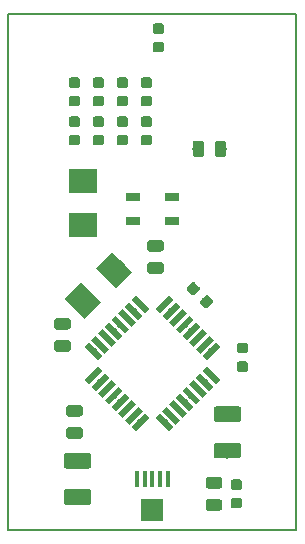
<source format=gbr>
%TF.GenerationSoftware,KiCad,Pcbnew,(5.0.2)-1*%
%TF.CreationDate,2020-12-10T22:03:50+01:00*%
%TF.ProjectId,canduino,63616e64-7569-46e6-9f2e-6b696361645f,rev?*%
%TF.SameCoordinates,Original*%
%TF.FileFunction,Paste,Top*%
%TF.FilePolarity,Positive*%
%FSLAX46Y46*%
G04 Gerber Fmt 4.6, Leading zero omitted, Abs format (unit mm)*
G04 Created by KiCad (PCBNEW (5.0.2)-1) date 10.12.2020 22:03:50*
%MOMM*%
%LPD*%
G01*
G04 APERTURE LIST*
%ADD10C,0.200000*%
%ADD11R,1.150000X0.750000*%
%ADD12C,0.100000*%
%ADD13C,0.975000*%
%ADD14C,1.325000*%
%ADD15C,0.875000*%
%ADD16R,0.400000X1.350000*%
%ADD17R,1.900000X1.900000*%
%ADD18C,0.550000*%
%ADD19R,2.400000X2.000000*%
%ADD20C,2.000000*%
G04 APERTURE END LIST*
D10*
X76708000Y-63500000D02*
X101092000Y-63500000D01*
X76708000Y-107188000D02*
X76708000Y-63500000D01*
X101092000Y-107188000D02*
X76708000Y-107188000D01*
X101092000Y-63500000D02*
X101092000Y-107188000D01*
D11*
X90525000Y-81010000D03*
X87275000Y-81010000D03*
X90525000Y-79010000D03*
X87275000Y-79010000D03*
D12*
G36*
X93056142Y-74231174D02*
X93079803Y-74234684D01*
X93103007Y-74240496D01*
X93125529Y-74248554D01*
X93147153Y-74258782D01*
X93167670Y-74271079D01*
X93186883Y-74285329D01*
X93204607Y-74301393D01*
X93220671Y-74319117D01*
X93234921Y-74338330D01*
X93247218Y-74358847D01*
X93257446Y-74380471D01*
X93265504Y-74402993D01*
X93271316Y-74426197D01*
X93274826Y-74449858D01*
X93276000Y-74473750D01*
X93276000Y-75386250D01*
X93274826Y-75410142D01*
X93271316Y-75433803D01*
X93265504Y-75457007D01*
X93257446Y-75479529D01*
X93247218Y-75501153D01*
X93234921Y-75521670D01*
X93220671Y-75540883D01*
X93204607Y-75558607D01*
X93186883Y-75574671D01*
X93167670Y-75588921D01*
X93147153Y-75601218D01*
X93125529Y-75611446D01*
X93103007Y-75619504D01*
X93079803Y-75625316D01*
X93056142Y-75628826D01*
X93032250Y-75630000D01*
X92544750Y-75630000D01*
X92520858Y-75628826D01*
X92497197Y-75625316D01*
X92473993Y-75619504D01*
X92451471Y-75611446D01*
X92429847Y-75601218D01*
X92409330Y-75588921D01*
X92390117Y-75574671D01*
X92372393Y-75558607D01*
X92356329Y-75540883D01*
X92342079Y-75521670D01*
X92329782Y-75501153D01*
X92319554Y-75479529D01*
X92311496Y-75457007D01*
X92305684Y-75433803D01*
X92302174Y-75410142D01*
X92301000Y-75386250D01*
X92301000Y-74473750D01*
X92302174Y-74449858D01*
X92305684Y-74426197D01*
X92311496Y-74402993D01*
X92319554Y-74380471D01*
X92329782Y-74358847D01*
X92342079Y-74338330D01*
X92356329Y-74319117D01*
X92372393Y-74301393D01*
X92390117Y-74285329D01*
X92409330Y-74271079D01*
X92429847Y-74258782D01*
X92451471Y-74248554D01*
X92473993Y-74240496D01*
X92497197Y-74234684D01*
X92520858Y-74231174D01*
X92544750Y-74230000D01*
X93032250Y-74230000D01*
X93056142Y-74231174D01*
X93056142Y-74231174D01*
G37*
D13*
X92788500Y-74930000D03*
D12*
G36*
X94931142Y-74231174D02*
X94954803Y-74234684D01*
X94978007Y-74240496D01*
X95000529Y-74248554D01*
X95022153Y-74258782D01*
X95042670Y-74271079D01*
X95061883Y-74285329D01*
X95079607Y-74301393D01*
X95095671Y-74319117D01*
X95109921Y-74338330D01*
X95122218Y-74358847D01*
X95132446Y-74380471D01*
X95140504Y-74402993D01*
X95146316Y-74426197D01*
X95149826Y-74449858D01*
X95151000Y-74473750D01*
X95151000Y-75386250D01*
X95149826Y-75410142D01*
X95146316Y-75433803D01*
X95140504Y-75457007D01*
X95132446Y-75479529D01*
X95122218Y-75501153D01*
X95109921Y-75521670D01*
X95095671Y-75540883D01*
X95079607Y-75558607D01*
X95061883Y-75574671D01*
X95042670Y-75588921D01*
X95022153Y-75601218D01*
X95000529Y-75611446D01*
X94978007Y-75619504D01*
X94954803Y-75625316D01*
X94931142Y-75628826D01*
X94907250Y-75630000D01*
X94419750Y-75630000D01*
X94395858Y-75628826D01*
X94372197Y-75625316D01*
X94348993Y-75619504D01*
X94326471Y-75611446D01*
X94304847Y-75601218D01*
X94284330Y-75588921D01*
X94265117Y-75574671D01*
X94247393Y-75558607D01*
X94231329Y-75540883D01*
X94217079Y-75521670D01*
X94204782Y-75501153D01*
X94194554Y-75479529D01*
X94186496Y-75457007D01*
X94180684Y-75433803D01*
X94177174Y-75410142D01*
X94176000Y-75386250D01*
X94176000Y-74473750D01*
X94177174Y-74449858D01*
X94180684Y-74426197D01*
X94186496Y-74402993D01*
X94194554Y-74380471D01*
X94204782Y-74358847D01*
X94217079Y-74338330D01*
X94231329Y-74319117D01*
X94247393Y-74301393D01*
X94265117Y-74285329D01*
X94284330Y-74271079D01*
X94304847Y-74258782D01*
X94326471Y-74248554D01*
X94348993Y-74240496D01*
X94372197Y-74234684D01*
X94395858Y-74231174D01*
X94419750Y-74230000D01*
X94907250Y-74230000D01*
X94931142Y-74231174D01*
X94931142Y-74231174D01*
G37*
D13*
X94663500Y-74930000D03*
D12*
G36*
X82776142Y-96620174D02*
X82799803Y-96623684D01*
X82823007Y-96629496D01*
X82845529Y-96637554D01*
X82867153Y-96647782D01*
X82887670Y-96660079D01*
X82906883Y-96674329D01*
X82924607Y-96690393D01*
X82940671Y-96708117D01*
X82954921Y-96727330D01*
X82967218Y-96747847D01*
X82977446Y-96769471D01*
X82985504Y-96791993D01*
X82991316Y-96815197D01*
X82994826Y-96838858D01*
X82996000Y-96862750D01*
X82996000Y-97350250D01*
X82994826Y-97374142D01*
X82991316Y-97397803D01*
X82985504Y-97421007D01*
X82977446Y-97443529D01*
X82967218Y-97465153D01*
X82954921Y-97485670D01*
X82940671Y-97504883D01*
X82924607Y-97522607D01*
X82906883Y-97538671D01*
X82887670Y-97552921D01*
X82867153Y-97565218D01*
X82845529Y-97575446D01*
X82823007Y-97583504D01*
X82799803Y-97589316D01*
X82776142Y-97592826D01*
X82752250Y-97594000D01*
X81839750Y-97594000D01*
X81815858Y-97592826D01*
X81792197Y-97589316D01*
X81768993Y-97583504D01*
X81746471Y-97575446D01*
X81724847Y-97565218D01*
X81704330Y-97552921D01*
X81685117Y-97538671D01*
X81667393Y-97522607D01*
X81651329Y-97504883D01*
X81637079Y-97485670D01*
X81624782Y-97465153D01*
X81614554Y-97443529D01*
X81606496Y-97421007D01*
X81600684Y-97397803D01*
X81597174Y-97374142D01*
X81596000Y-97350250D01*
X81596000Y-96862750D01*
X81597174Y-96838858D01*
X81600684Y-96815197D01*
X81606496Y-96791993D01*
X81614554Y-96769471D01*
X81624782Y-96747847D01*
X81637079Y-96727330D01*
X81651329Y-96708117D01*
X81667393Y-96690393D01*
X81685117Y-96674329D01*
X81704330Y-96660079D01*
X81724847Y-96647782D01*
X81746471Y-96637554D01*
X81768993Y-96629496D01*
X81792197Y-96623684D01*
X81815858Y-96620174D01*
X81839750Y-96619000D01*
X82752250Y-96619000D01*
X82776142Y-96620174D01*
X82776142Y-96620174D01*
G37*
D13*
X82296000Y-97106500D03*
D12*
G36*
X82776142Y-98495174D02*
X82799803Y-98498684D01*
X82823007Y-98504496D01*
X82845529Y-98512554D01*
X82867153Y-98522782D01*
X82887670Y-98535079D01*
X82906883Y-98549329D01*
X82924607Y-98565393D01*
X82940671Y-98583117D01*
X82954921Y-98602330D01*
X82967218Y-98622847D01*
X82977446Y-98644471D01*
X82985504Y-98666993D01*
X82991316Y-98690197D01*
X82994826Y-98713858D01*
X82996000Y-98737750D01*
X82996000Y-99225250D01*
X82994826Y-99249142D01*
X82991316Y-99272803D01*
X82985504Y-99296007D01*
X82977446Y-99318529D01*
X82967218Y-99340153D01*
X82954921Y-99360670D01*
X82940671Y-99379883D01*
X82924607Y-99397607D01*
X82906883Y-99413671D01*
X82887670Y-99427921D01*
X82867153Y-99440218D01*
X82845529Y-99450446D01*
X82823007Y-99458504D01*
X82799803Y-99464316D01*
X82776142Y-99467826D01*
X82752250Y-99469000D01*
X81839750Y-99469000D01*
X81815858Y-99467826D01*
X81792197Y-99464316D01*
X81768993Y-99458504D01*
X81746471Y-99450446D01*
X81724847Y-99440218D01*
X81704330Y-99427921D01*
X81685117Y-99413671D01*
X81667393Y-99397607D01*
X81651329Y-99379883D01*
X81637079Y-99360670D01*
X81624782Y-99340153D01*
X81614554Y-99318529D01*
X81606496Y-99296007D01*
X81600684Y-99272803D01*
X81597174Y-99249142D01*
X81596000Y-99225250D01*
X81596000Y-98737750D01*
X81597174Y-98713858D01*
X81600684Y-98690197D01*
X81606496Y-98666993D01*
X81614554Y-98644471D01*
X81624782Y-98622847D01*
X81637079Y-98602330D01*
X81651329Y-98583117D01*
X81667393Y-98565393D01*
X81685117Y-98549329D01*
X81704330Y-98535079D01*
X81724847Y-98522782D01*
X81746471Y-98512554D01*
X81768993Y-98504496D01*
X81792197Y-98498684D01*
X81815858Y-98495174D01*
X81839750Y-98494000D01*
X82752250Y-98494000D01*
X82776142Y-98495174D01*
X82776142Y-98495174D01*
G37*
D13*
X82296000Y-98981500D03*
D12*
G36*
X83499506Y-103746204D02*
X83523774Y-103749804D01*
X83547573Y-103755765D01*
X83570672Y-103764030D01*
X83592850Y-103774519D01*
X83613893Y-103787132D01*
X83633599Y-103801747D01*
X83651777Y-103818223D01*
X83668253Y-103836401D01*
X83682868Y-103856107D01*
X83695481Y-103877150D01*
X83705970Y-103899328D01*
X83714235Y-103922427D01*
X83720196Y-103946226D01*
X83723796Y-103970494D01*
X83725000Y-103994998D01*
X83725000Y-104820002D01*
X83723796Y-104844506D01*
X83720196Y-104868774D01*
X83714235Y-104892573D01*
X83705970Y-104915672D01*
X83695481Y-104937850D01*
X83682868Y-104958893D01*
X83668253Y-104978599D01*
X83651777Y-104996777D01*
X83633599Y-105013253D01*
X83613893Y-105027868D01*
X83592850Y-105040481D01*
X83570672Y-105050970D01*
X83547573Y-105059235D01*
X83523774Y-105065196D01*
X83499506Y-105068796D01*
X83475002Y-105070000D01*
X81624998Y-105070000D01*
X81600494Y-105068796D01*
X81576226Y-105065196D01*
X81552427Y-105059235D01*
X81529328Y-105050970D01*
X81507150Y-105040481D01*
X81486107Y-105027868D01*
X81466401Y-105013253D01*
X81448223Y-104996777D01*
X81431747Y-104978599D01*
X81417132Y-104958893D01*
X81404519Y-104937850D01*
X81394030Y-104915672D01*
X81385765Y-104892573D01*
X81379804Y-104868774D01*
X81376204Y-104844506D01*
X81375000Y-104820002D01*
X81375000Y-103994998D01*
X81376204Y-103970494D01*
X81379804Y-103946226D01*
X81385765Y-103922427D01*
X81394030Y-103899328D01*
X81404519Y-103877150D01*
X81417132Y-103856107D01*
X81431747Y-103836401D01*
X81448223Y-103818223D01*
X81466401Y-103801747D01*
X81486107Y-103787132D01*
X81507150Y-103774519D01*
X81529328Y-103764030D01*
X81552427Y-103755765D01*
X81576226Y-103749804D01*
X81600494Y-103746204D01*
X81624998Y-103745000D01*
X83475002Y-103745000D01*
X83499506Y-103746204D01*
X83499506Y-103746204D01*
G37*
D14*
X82550000Y-104407500D03*
D12*
G36*
X83499506Y-100671204D02*
X83523774Y-100674804D01*
X83547573Y-100680765D01*
X83570672Y-100689030D01*
X83592850Y-100699519D01*
X83613893Y-100712132D01*
X83633599Y-100726747D01*
X83651777Y-100743223D01*
X83668253Y-100761401D01*
X83682868Y-100781107D01*
X83695481Y-100802150D01*
X83705970Y-100824328D01*
X83714235Y-100847427D01*
X83720196Y-100871226D01*
X83723796Y-100895494D01*
X83725000Y-100919998D01*
X83725000Y-101745002D01*
X83723796Y-101769506D01*
X83720196Y-101793774D01*
X83714235Y-101817573D01*
X83705970Y-101840672D01*
X83695481Y-101862850D01*
X83682868Y-101883893D01*
X83668253Y-101903599D01*
X83651777Y-101921777D01*
X83633599Y-101938253D01*
X83613893Y-101952868D01*
X83592850Y-101965481D01*
X83570672Y-101975970D01*
X83547573Y-101984235D01*
X83523774Y-101990196D01*
X83499506Y-101993796D01*
X83475002Y-101995000D01*
X81624998Y-101995000D01*
X81600494Y-101993796D01*
X81576226Y-101990196D01*
X81552427Y-101984235D01*
X81529328Y-101975970D01*
X81507150Y-101965481D01*
X81486107Y-101952868D01*
X81466401Y-101938253D01*
X81448223Y-101921777D01*
X81431747Y-101903599D01*
X81417132Y-101883893D01*
X81404519Y-101862850D01*
X81394030Y-101840672D01*
X81385765Y-101817573D01*
X81379804Y-101793774D01*
X81376204Y-101769506D01*
X81375000Y-101745002D01*
X81375000Y-100919998D01*
X81376204Y-100895494D01*
X81379804Y-100871226D01*
X81385765Y-100847427D01*
X81394030Y-100824328D01*
X81404519Y-100802150D01*
X81417132Y-100781107D01*
X81431747Y-100761401D01*
X81448223Y-100743223D01*
X81466401Y-100726747D01*
X81486107Y-100712132D01*
X81507150Y-100699519D01*
X81529328Y-100689030D01*
X81552427Y-100680765D01*
X81576226Y-100674804D01*
X81600494Y-100671204D01*
X81624998Y-100670000D01*
X83475002Y-100670000D01*
X83499506Y-100671204D01*
X83499506Y-100671204D01*
G37*
D14*
X82550000Y-101332500D03*
D12*
G36*
X89634142Y-82650174D02*
X89657803Y-82653684D01*
X89681007Y-82659496D01*
X89703529Y-82667554D01*
X89725153Y-82677782D01*
X89745670Y-82690079D01*
X89764883Y-82704329D01*
X89782607Y-82720393D01*
X89798671Y-82738117D01*
X89812921Y-82757330D01*
X89825218Y-82777847D01*
X89835446Y-82799471D01*
X89843504Y-82821993D01*
X89849316Y-82845197D01*
X89852826Y-82868858D01*
X89854000Y-82892750D01*
X89854000Y-83380250D01*
X89852826Y-83404142D01*
X89849316Y-83427803D01*
X89843504Y-83451007D01*
X89835446Y-83473529D01*
X89825218Y-83495153D01*
X89812921Y-83515670D01*
X89798671Y-83534883D01*
X89782607Y-83552607D01*
X89764883Y-83568671D01*
X89745670Y-83582921D01*
X89725153Y-83595218D01*
X89703529Y-83605446D01*
X89681007Y-83613504D01*
X89657803Y-83619316D01*
X89634142Y-83622826D01*
X89610250Y-83624000D01*
X88697750Y-83624000D01*
X88673858Y-83622826D01*
X88650197Y-83619316D01*
X88626993Y-83613504D01*
X88604471Y-83605446D01*
X88582847Y-83595218D01*
X88562330Y-83582921D01*
X88543117Y-83568671D01*
X88525393Y-83552607D01*
X88509329Y-83534883D01*
X88495079Y-83515670D01*
X88482782Y-83495153D01*
X88472554Y-83473529D01*
X88464496Y-83451007D01*
X88458684Y-83427803D01*
X88455174Y-83404142D01*
X88454000Y-83380250D01*
X88454000Y-82892750D01*
X88455174Y-82868858D01*
X88458684Y-82845197D01*
X88464496Y-82821993D01*
X88472554Y-82799471D01*
X88482782Y-82777847D01*
X88495079Y-82757330D01*
X88509329Y-82738117D01*
X88525393Y-82720393D01*
X88543117Y-82704329D01*
X88562330Y-82690079D01*
X88582847Y-82677782D01*
X88604471Y-82667554D01*
X88626993Y-82659496D01*
X88650197Y-82653684D01*
X88673858Y-82650174D01*
X88697750Y-82649000D01*
X89610250Y-82649000D01*
X89634142Y-82650174D01*
X89634142Y-82650174D01*
G37*
D13*
X89154000Y-83136500D03*
D12*
G36*
X89634142Y-84525174D02*
X89657803Y-84528684D01*
X89681007Y-84534496D01*
X89703529Y-84542554D01*
X89725153Y-84552782D01*
X89745670Y-84565079D01*
X89764883Y-84579329D01*
X89782607Y-84595393D01*
X89798671Y-84613117D01*
X89812921Y-84632330D01*
X89825218Y-84652847D01*
X89835446Y-84674471D01*
X89843504Y-84696993D01*
X89849316Y-84720197D01*
X89852826Y-84743858D01*
X89854000Y-84767750D01*
X89854000Y-85255250D01*
X89852826Y-85279142D01*
X89849316Y-85302803D01*
X89843504Y-85326007D01*
X89835446Y-85348529D01*
X89825218Y-85370153D01*
X89812921Y-85390670D01*
X89798671Y-85409883D01*
X89782607Y-85427607D01*
X89764883Y-85443671D01*
X89745670Y-85457921D01*
X89725153Y-85470218D01*
X89703529Y-85480446D01*
X89681007Y-85488504D01*
X89657803Y-85494316D01*
X89634142Y-85497826D01*
X89610250Y-85499000D01*
X88697750Y-85499000D01*
X88673858Y-85497826D01*
X88650197Y-85494316D01*
X88626993Y-85488504D01*
X88604471Y-85480446D01*
X88582847Y-85470218D01*
X88562330Y-85457921D01*
X88543117Y-85443671D01*
X88525393Y-85427607D01*
X88509329Y-85409883D01*
X88495079Y-85390670D01*
X88482782Y-85370153D01*
X88472554Y-85348529D01*
X88464496Y-85326007D01*
X88458684Y-85302803D01*
X88455174Y-85279142D01*
X88454000Y-85255250D01*
X88454000Y-84767750D01*
X88455174Y-84743858D01*
X88458684Y-84720197D01*
X88464496Y-84696993D01*
X88472554Y-84674471D01*
X88482782Y-84652847D01*
X88495079Y-84632330D01*
X88509329Y-84613117D01*
X88525393Y-84595393D01*
X88543117Y-84579329D01*
X88562330Y-84565079D01*
X88582847Y-84552782D01*
X88604471Y-84542554D01*
X88626993Y-84534496D01*
X88650197Y-84528684D01*
X88673858Y-84525174D01*
X88697750Y-84524000D01*
X89610250Y-84524000D01*
X89634142Y-84525174D01*
X89634142Y-84525174D01*
G37*
D13*
X89154000Y-85011500D03*
D12*
G36*
X81760142Y-91129174D02*
X81783803Y-91132684D01*
X81807007Y-91138496D01*
X81829529Y-91146554D01*
X81851153Y-91156782D01*
X81871670Y-91169079D01*
X81890883Y-91183329D01*
X81908607Y-91199393D01*
X81924671Y-91217117D01*
X81938921Y-91236330D01*
X81951218Y-91256847D01*
X81961446Y-91278471D01*
X81969504Y-91300993D01*
X81975316Y-91324197D01*
X81978826Y-91347858D01*
X81980000Y-91371750D01*
X81980000Y-91859250D01*
X81978826Y-91883142D01*
X81975316Y-91906803D01*
X81969504Y-91930007D01*
X81961446Y-91952529D01*
X81951218Y-91974153D01*
X81938921Y-91994670D01*
X81924671Y-92013883D01*
X81908607Y-92031607D01*
X81890883Y-92047671D01*
X81871670Y-92061921D01*
X81851153Y-92074218D01*
X81829529Y-92084446D01*
X81807007Y-92092504D01*
X81783803Y-92098316D01*
X81760142Y-92101826D01*
X81736250Y-92103000D01*
X80823750Y-92103000D01*
X80799858Y-92101826D01*
X80776197Y-92098316D01*
X80752993Y-92092504D01*
X80730471Y-92084446D01*
X80708847Y-92074218D01*
X80688330Y-92061921D01*
X80669117Y-92047671D01*
X80651393Y-92031607D01*
X80635329Y-92013883D01*
X80621079Y-91994670D01*
X80608782Y-91974153D01*
X80598554Y-91952529D01*
X80590496Y-91930007D01*
X80584684Y-91906803D01*
X80581174Y-91883142D01*
X80580000Y-91859250D01*
X80580000Y-91371750D01*
X80581174Y-91347858D01*
X80584684Y-91324197D01*
X80590496Y-91300993D01*
X80598554Y-91278471D01*
X80608782Y-91256847D01*
X80621079Y-91236330D01*
X80635329Y-91217117D01*
X80651393Y-91199393D01*
X80669117Y-91183329D01*
X80688330Y-91169079D01*
X80708847Y-91156782D01*
X80730471Y-91146554D01*
X80752993Y-91138496D01*
X80776197Y-91132684D01*
X80799858Y-91129174D01*
X80823750Y-91128000D01*
X81736250Y-91128000D01*
X81760142Y-91129174D01*
X81760142Y-91129174D01*
G37*
D13*
X81280000Y-91615500D03*
D12*
G36*
X81760142Y-89254174D02*
X81783803Y-89257684D01*
X81807007Y-89263496D01*
X81829529Y-89271554D01*
X81851153Y-89281782D01*
X81871670Y-89294079D01*
X81890883Y-89308329D01*
X81908607Y-89324393D01*
X81924671Y-89342117D01*
X81938921Y-89361330D01*
X81951218Y-89381847D01*
X81961446Y-89403471D01*
X81969504Y-89425993D01*
X81975316Y-89449197D01*
X81978826Y-89472858D01*
X81980000Y-89496750D01*
X81980000Y-89984250D01*
X81978826Y-90008142D01*
X81975316Y-90031803D01*
X81969504Y-90055007D01*
X81961446Y-90077529D01*
X81951218Y-90099153D01*
X81938921Y-90119670D01*
X81924671Y-90138883D01*
X81908607Y-90156607D01*
X81890883Y-90172671D01*
X81871670Y-90186921D01*
X81851153Y-90199218D01*
X81829529Y-90209446D01*
X81807007Y-90217504D01*
X81783803Y-90223316D01*
X81760142Y-90226826D01*
X81736250Y-90228000D01*
X80823750Y-90228000D01*
X80799858Y-90226826D01*
X80776197Y-90223316D01*
X80752993Y-90217504D01*
X80730471Y-90209446D01*
X80708847Y-90199218D01*
X80688330Y-90186921D01*
X80669117Y-90172671D01*
X80651393Y-90156607D01*
X80635329Y-90138883D01*
X80621079Y-90119670D01*
X80608782Y-90099153D01*
X80598554Y-90077529D01*
X80590496Y-90055007D01*
X80584684Y-90031803D01*
X80581174Y-90008142D01*
X80580000Y-89984250D01*
X80580000Y-89496750D01*
X80581174Y-89472858D01*
X80584684Y-89449197D01*
X80590496Y-89425993D01*
X80598554Y-89403471D01*
X80608782Y-89381847D01*
X80621079Y-89361330D01*
X80635329Y-89342117D01*
X80651393Y-89324393D01*
X80669117Y-89308329D01*
X80688330Y-89294079D01*
X80708847Y-89281782D01*
X80730471Y-89271554D01*
X80752993Y-89263496D01*
X80776197Y-89257684D01*
X80799858Y-89254174D01*
X80823750Y-89253000D01*
X81736250Y-89253000D01*
X81760142Y-89254174D01*
X81760142Y-89254174D01*
G37*
D13*
X81280000Y-89740500D03*
D12*
G36*
X96199506Y-99809204D02*
X96223774Y-99812804D01*
X96247573Y-99818765D01*
X96270672Y-99827030D01*
X96292850Y-99837519D01*
X96313893Y-99850132D01*
X96333599Y-99864747D01*
X96351777Y-99881223D01*
X96368253Y-99899401D01*
X96382868Y-99919107D01*
X96395481Y-99940150D01*
X96405970Y-99962328D01*
X96414235Y-99985427D01*
X96420196Y-100009226D01*
X96423796Y-100033494D01*
X96425000Y-100057998D01*
X96425000Y-100883002D01*
X96423796Y-100907506D01*
X96420196Y-100931774D01*
X96414235Y-100955573D01*
X96405970Y-100978672D01*
X96395481Y-101000850D01*
X96382868Y-101021893D01*
X96368253Y-101041599D01*
X96351777Y-101059777D01*
X96333599Y-101076253D01*
X96313893Y-101090868D01*
X96292850Y-101103481D01*
X96270672Y-101113970D01*
X96247573Y-101122235D01*
X96223774Y-101128196D01*
X96199506Y-101131796D01*
X96175002Y-101133000D01*
X94324998Y-101133000D01*
X94300494Y-101131796D01*
X94276226Y-101128196D01*
X94252427Y-101122235D01*
X94229328Y-101113970D01*
X94207150Y-101103481D01*
X94186107Y-101090868D01*
X94166401Y-101076253D01*
X94148223Y-101059777D01*
X94131747Y-101041599D01*
X94117132Y-101021893D01*
X94104519Y-101000850D01*
X94094030Y-100978672D01*
X94085765Y-100955573D01*
X94079804Y-100931774D01*
X94076204Y-100907506D01*
X94075000Y-100883002D01*
X94075000Y-100057998D01*
X94076204Y-100033494D01*
X94079804Y-100009226D01*
X94085765Y-99985427D01*
X94094030Y-99962328D01*
X94104519Y-99940150D01*
X94117132Y-99919107D01*
X94131747Y-99899401D01*
X94148223Y-99881223D01*
X94166401Y-99864747D01*
X94186107Y-99850132D01*
X94207150Y-99837519D01*
X94229328Y-99827030D01*
X94252427Y-99818765D01*
X94276226Y-99812804D01*
X94300494Y-99809204D01*
X94324998Y-99808000D01*
X96175002Y-99808000D01*
X96199506Y-99809204D01*
X96199506Y-99809204D01*
G37*
D14*
X95250000Y-100470500D03*
D12*
G36*
X96199506Y-96734204D02*
X96223774Y-96737804D01*
X96247573Y-96743765D01*
X96270672Y-96752030D01*
X96292850Y-96762519D01*
X96313893Y-96775132D01*
X96333599Y-96789747D01*
X96351777Y-96806223D01*
X96368253Y-96824401D01*
X96382868Y-96844107D01*
X96395481Y-96865150D01*
X96405970Y-96887328D01*
X96414235Y-96910427D01*
X96420196Y-96934226D01*
X96423796Y-96958494D01*
X96425000Y-96982998D01*
X96425000Y-97808002D01*
X96423796Y-97832506D01*
X96420196Y-97856774D01*
X96414235Y-97880573D01*
X96405970Y-97903672D01*
X96395481Y-97925850D01*
X96382868Y-97946893D01*
X96368253Y-97966599D01*
X96351777Y-97984777D01*
X96333599Y-98001253D01*
X96313893Y-98015868D01*
X96292850Y-98028481D01*
X96270672Y-98038970D01*
X96247573Y-98047235D01*
X96223774Y-98053196D01*
X96199506Y-98056796D01*
X96175002Y-98058000D01*
X94324998Y-98058000D01*
X94300494Y-98056796D01*
X94276226Y-98053196D01*
X94252427Y-98047235D01*
X94229328Y-98038970D01*
X94207150Y-98028481D01*
X94186107Y-98015868D01*
X94166401Y-98001253D01*
X94148223Y-97984777D01*
X94131747Y-97966599D01*
X94117132Y-97946893D01*
X94104519Y-97925850D01*
X94094030Y-97903672D01*
X94085765Y-97880573D01*
X94079804Y-97856774D01*
X94076204Y-97832506D01*
X94075000Y-97808002D01*
X94075000Y-96982998D01*
X94076204Y-96958494D01*
X94079804Y-96934226D01*
X94085765Y-96910427D01*
X94094030Y-96887328D01*
X94104519Y-96865150D01*
X94117132Y-96844107D01*
X94131747Y-96824401D01*
X94148223Y-96806223D01*
X94166401Y-96789747D01*
X94186107Y-96775132D01*
X94207150Y-96762519D01*
X94229328Y-96752030D01*
X94252427Y-96743765D01*
X94276226Y-96737804D01*
X94300494Y-96734204D01*
X94324998Y-96733000D01*
X96175002Y-96733000D01*
X96199506Y-96734204D01*
X96199506Y-96734204D01*
G37*
D14*
X95250000Y-97395500D03*
D12*
G36*
X96289691Y-104491053D02*
X96310926Y-104494203D01*
X96331750Y-104499419D01*
X96351962Y-104506651D01*
X96371368Y-104515830D01*
X96389781Y-104526866D01*
X96407024Y-104539654D01*
X96422930Y-104554070D01*
X96437346Y-104569976D01*
X96450134Y-104587219D01*
X96461170Y-104605632D01*
X96470349Y-104625038D01*
X96477581Y-104645250D01*
X96482797Y-104666074D01*
X96485947Y-104687309D01*
X96487000Y-104708750D01*
X96487000Y-105146250D01*
X96485947Y-105167691D01*
X96482797Y-105188926D01*
X96477581Y-105209750D01*
X96470349Y-105229962D01*
X96461170Y-105249368D01*
X96450134Y-105267781D01*
X96437346Y-105285024D01*
X96422930Y-105300930D01*
X96407024Y-105315346D01*
X96389781Y-105328134D01*
X96371368Y-105339170D01*
X96351962Y-105348349D01*
X96331750Y-105355581D01*
X96310926Y-105360797D01*
X96289691Y-105363947D01*
X96268250Y-105365000D01*
X95755750Y-105365000D01*
X95734309Y-105363947D01*
X95713074Y-105360797D01*
X95692250Y-105355581D01*
X95672038Y-105348349D01*
X95652632Y-105339170D01*
X95634219Y-105328134D01*
X95616976Y-105315346D01*
X95601070Y-105300930D01*
X95586654Y-105285024D01*
X95573866Y-105267781D01*
X95562830Y-105249368D01*
X95553651Y-105229962D01*
X95546419Y-105209750D01*
X95541203Y-105188926D01*
X95538053Y-105167691D01*
X95537000Y-105146250D01*
X95537000Y-104708750D01*
X95538053Y-104687309D01*
X95541203Y-104666074D01*
X95546419Y-104645250D01*
X95553651Y-104625038D01*
X95562830Y-104605632D01*
X95573866Y-104587219D01*
X95586654Y-104569976D01*
X95601070Y-104554070D01*
X95616976Y-104539654D01*
X95634219Y-104526866D01*
X95652632Y-104515830D01*
X95672038Y-104506651D01*
X95692250Y-104499419D01*
X95713074Y-104494203D01*
X95734309Y-104491053D01*
X95755750Y-104490000D01*
X96268250Y-104490000D01*
X96289691Y-104491053D01*
X96289691Y-104491053D01*
G37*
D15*
X96012000Y-104927500D03*
D12*
G36*
X96289691Y-102916053D02*
X96310926Y-102919203D01*
X96331750Y-102924419D01*
X96351962Y-102931651D01*
X96371368Y-102940830D01*
X96389781Y-102951866D01*
X96407024Y-102964654D01*
X96422930Y-102979070D01*
X96437346Y-102994976D01*
X96450134Y-103012219D01*
X96461170Y-103030632D01*
X96470349Y-103050038D01*
X96477581Y-103070250D01*
X96482797Y-103091074D01*
X96485947Y-103112309D01*
X96487000Y-103133750D01*
X96487000Y-103571250D01*
X96485947Y-103592691D01*
X96482797Y-103613926D01*
X96477581Y-103634750D01*
X96470349Y-103654962D01*
X96461170Y-103674368D01*
X96450134Y-103692781D01*
X96437346Y-103710024D01*
X96422930Y-103725930D01*
X96407024Y-103740346D01*
X96389781Y-103753134D01*
X96371368Y-103764170D01*
X96351962Y-103773349D01*
X96331750Y-103780581D01*
X96310926Y-103785797D01*
X96289691Y-103788947D01*
X96268250Y-103790000D01*
X95755750Y-103790000D01*
X95734309Y-103788947D01*
X95713074Y-103785797D01*
X95692250Y-103780581D01*
X95672038Y-103773349D01*
X95652632Y-103764170D01*
X95634219Y-103753134D01*
X95616976Y-103740346D01*
X95601070Y-103725930D01*
X95586654Y-103710024D01*
X95573866Y-103692781D01*
X95562830Y-103674368D01*
X95553651Y-103654962D01*
X95546419Y-103634750D01*
X95541203Y-103613926D01*
X95538053Y-103592691D01*
X95537000Y-103571250D01*
X95537000Y-103133750D01*
X95538053Y-103112309D01*
X95541203Y-103091074D01*
X95546419Y-103070250D01*
X95553651Y-103050038D01*
X95562830Y-103030632D01*
X95573866Y-103012219D01*
X95586654Y-102994976D01*
X95601070Y-102979070D01*
X95616976Y-102964654D01*
X95634219Y-102951866D01*
X95652632Y-102940830D01*
X95672038Y-102931651D01*
X95692250Y-102924419D01*
X95713074Y-102919203D01*
X95734309Y-102916053D01*
X95755750Y-102915000D01*
X96268250Y-102915000D01*
X96289691Y-102916053D01*
X96289691Y-102916053D01*
G37*
D15*
X96012000Y-103352500D03*
D12*
G36*
X82573691Y-68880053D02*
X82594926Y-68883203D01*
X82615750Y-68888419D01*
X82635962Y-68895651D01*
X82655368Y-68904830D01*
X82673781Y-68915866D01*
X82691024Y-68928654D01*
X82706930Y-68943070D01*
X82721346Y-68958976D01*
X82734134Y-68976219D01*
X82745170Y-68994632D01*
X82754349Y-69014038D01*
X82761581Y-69034250D01*
X82766797Y-69055074D01*
X82769947Y-69076309D01*
X82771000Y-69097750D01*
X82771000Y-69535250D01*
X82769947Y-69556691D01*
X82766797Y-69577926D01*
X82761581Y-69598750D01*
X82754349Y-69618962D01*
X82745170Y-69638368D01*
X82734134Y-69656781D01*
X82721346Y-69674024D01*
X82706930Y-69689930D01*
X82691024Y-69704346D01*
X82673781Y-69717134D01*
X82655368Y-69728170D01*
X82635962Y-69737349D01*
X82615750Y-69744581D01*
X82594926Y-69749797D01*
X82573691Y-69752947D01*
X82552250Y-69754000D01*
X82039750Y-69754000D01*
X82018309Y-69752947D01*
X81997074Y-69749797D01*
X81976250Y-69744581D01*
X81956038Y-69737349D01*
X81936632Y-69728170D01*
X81918219Y-69717134D01*
X81900976Y-69704346D01*
X81885070Y-69689930D01*
X81870654Y-69674024D01*
X81857866Y-69656781D01*
X81846830Y-69638368D01*
X81837651Y-69618962D01*
X81830419Y-69598750D01*
X81825203Y-69577926D01*
X81822053Y-69556691D01*
X81821000Y-69535250D01*
X81821000Y-69097750D01*
X81822053Y-69076309D01*
X81825203Y-69055074D01*
X81830419Y-69034250D01*
X81837651Y-69014038D01*
X81846830Y-68994632D01*
X81857866Y-68976219D01*
X81870654Y-68958976D01*
X81885070Y-68943070D01*
X81900976Y-68928654D01*
X81918219Y-68915866D01*
X81936632Y-68904830D01*
X81956038Y-68895651D01*
X81976250Y-68888419D01*
X81997074Y-68883203D01*
X82018309Y-68880053D01*
X82039750Y-68879000D01*
X82552250Y-68879000D01*
X82573691Y-68880053D01*
X82573691Y-68880053D01*
G37*
D15*
X82296000Y-69316500D03*
D12*
G36*
X82573691Y-70455053D02*
X82594926Y-70458203D01*
X82615750Y-70463419D01*
X82635962Y-70470651D01*
X82655368Y-70479830D01*
X82673781Y-70490866D01*
X82691024Y-70503654D01*
X82706930Y-70518070D01*
X82721346Y-70533976D01*
X82734134Y-70551219D01*
X82745170Y-70569632D01*
X82754349Y-70589038D01*
X82761581Y-70609250D01*
X82766797Y-70630074D01*
X82769947Y-70651309D01*
X82771000Y-70672750D01*
X82771000Y-71110250D01*
X82769947Y-71131691D01*
X82766797Y-71152926D01*
X82761581Y-71173750D01*
X82754349Y-71193962D01*
X82745170Y-71213368D01*
X82734134Y-71231781D01*
X82721346Y-71249024D01*
X82706930Y-71264930D01*
X82691024Y-71279346D01*
X82673781Y-71292134D01*
X82655368Y-71303170D01*
X82635962Y-71312349D01*
X82615750Y-71319581D01*
X82594926Y-71324797D01*
X82573691Y-71327947D01*
X82552250Y-71329000D01*
X82039750Y-71329000D01*
X82018309Y-71327947D01*
X81997074Y-71324797D01*
X81976250Y-71319581D01*
X81956038Y-71312349D01*
X81936632Y-71303170D01*
X81918219Y-71292134D01*
X81900976Y-71279346D01*
X81885070Y-71264930D01*
X81870654Y-71249024D01*
X81857866Y-71231781D01*
X81846830Y-71213368D01*
X81837651Y-71193962D01*
X81830419Y-71173750D01*
X81825203Y-71152926D01*
X81822053Y-71131691D01*
X81821000Y-71110250D01*
X81821000Y-70672750D01*
X81822053Y-70651309D01*
X81825203Y-70630074D01*
X81830419Y-70609250D01*
X81837651Y-70589038D01*
X81846830Y-70569632D01*
X81857866Y-70551219D01*
X81870654Y-70533976D01*
X81885070Y-70518070D01*
X81900976Y-70503654D01*
X81918219Y-70490866D01*
X81936632Y-70479830D01*
X81956038Y-70470651D01*
X81976250Y-70463419D01*
X81997074Y-70458203D01*
X82018309Y-70455053D01*
X82039750Y-70454000D01*
X82552250Y-70454000D01*
X82573691Y-70455053D01*
X82573691Y-70455053D01*
G37*
D15*
X82296000Y-70891500D03*
D12*
G36*
X84605691Y-70455053D02*
X84626926Y-70458203D01*
X84647750Y-70463419D01*
X84667962Y-70470651D01*
X84687368Y-70479830D01*
X84705781Y-70490866D01*
X84723024Y-70503654D01*
X84738930Y-70518070D01*
X84753346Y-70533976D01*
X84766134Y-70551219D01*
X84777170Y-70569632D01*
X84786349Y-70589038D01*
X84793581Y-70609250D01*
X84798797Y-70630074D01*
X84801947Y-70651309D01*
X84803000Y-70672750D01*
X84803000Y-71110250D01*
X84801947Y-71131691D01*
X84798797Y-71152926D01*
X84793581Y-71173750D01*
X84786349Y-71193962D01*
X84777170Y-71213368D01*
X84766134Y-71231781D01*
X84753346Y-71249024D01*
X84738930Y-71264930D01*
X84723024Y-71279346D01*
X84705781Y-71292134D01*
X84687368Y-71303170D01*
X84667962Y-71312349D01*
X84647750Y-71319581D01*
X84626926Y-71324797D01*
X84605691Y-71327947D01*
X84584250Y-71329000D01*
X84071750Y-71329000D01*
X84050309Y-71327947D01*
X84029074Y-71324797D01*
X84008250Y-71319581D01*
X83988038Y-71312349D01*
X83968632Y-71303170D01*
X83950219Y-71292134D01*
X83932976Y-71279346D01*
X83917070Y-71264930D01*
X83902654Y-71249024D01*
X83889866Y-71231781D01*
X83878830Y-71213368D01*
X83869651Y-71193962D01*
X83862419Y-71173750D01*
X83857203Y-71152926D01*
X83854053Y-71131691D01*
X83853000Y-71110250D01*
X83853000Y-70672750D01*
X83854053Y-70651309D01*
X83857203Y-70630074D01*
X83862419Y-70609250D01*
X83869651Y-70589038D01*
X83878830Y-70569632D01*
X83889866Y-70551219D01*
X83902654Y-70533976D01*
X83917070Y-70518070D01*
X83932976Y-70503654D01*
X83950219Y-70490866D01*
X83968632Y-70479830D01*
X83988038Y-70470651D01*
X84008250Y-70463419D01*
X84029074Y-70458203D01*
X84050309Y-70455053D01*
X84071750Y-70454000D01*
X84584250Y-70454000D01*
X84605691Y-70455053D01*
X84605691Y-70455053D01*
G37*
D15*
X84328000Y-70891500D03*
D12*
G36*
X84605691Y-68880053D02*
X84626926Y-68883203D01*
X84647750Y-68888419D01*
X84667962Y-68895651D01*
X84687368Y-68904830D01*
X84705781Y-68915866D01*
X84723024Y-68928654D01*
X84738930Y-68943070D01*
X84753346Y-68958976D01*
X84766134Y-68976219D01*
X84777170Y-68994632D01*
X84786349Y-69014038D01*
X84793581Y-69034250D01*
X84798797Y-69055074D01*
X84801947Y-69076309D01*
X84803000Y-69097750D01*
X84803000Y-69535250D01*
X84801947Y-69556691D01*
X84798797Y-69577926D01*
X84793581Y-69598750D01*
X84786349Y-69618962D01*
X84777170Y-69638368D01*
X84766134Y-69656781D01*
X84753346Y-69674024D01*
X84738930Y-69689930D01*
X84723024Y-69704346D01*
X84705781Y-69717134D01*
X84687368Y-69728170D01*
X84667962Y-69737349D01*
X84647750Y-69744581D01*
X84626926Y-69749797D01*
X84605691Y-69752947D01*
X84584250Y-69754000D01*
X84071750Y-69754000D01*
X84050309Y-69752947D01*
X84029074Y-69749797D01*
X84008250Y-69744581D01*
X83988038Y-69737349D01*
X83968632Y-69728170D01*
X83950219Y-69717134D01*
X83932976Y-69704346D01*
X83917070Y-69689930D01*
X83902654Y-69674024D01*
X83889866Y-69656781D01*
X83878830Y-69638368D01*
X83869651Y-69618962D01*
X83862419Y-69598750D01*
X83857203Y-69577926D01*
X83854053Y-69556691D01*
X83853000Y-69535250D01*
X83853000Y-69097750D01*
X83854053Y-69076309D01*
X83857203Y-69055074D01*
X83862419Y-69034250D01*
X83869651Y-69014038D01*
X83878830Y-68994632D01*
X83889866Y-68976219D01*
X83902654Y-68958976D01*
X83917070Y-68943070D01*
X83932976Y-68928654D01*
X83950219Y-68915866D01*
X83968632Y-68904830D01*
X83988038Y-68895651D01*
X84008250Y-68888419D01*
X84029074Y-68883203D01*
X84050309Y-68880053D01*
X84071750Y-68879000D01*
X84584250Y-68879000D01*
X84605691Y-68880053D01*
X84605691Y-68880053D01*
G37*
D15*
X84328000Y-69316500D03*
D12*
G36*
X86637691Y-70455053D02*
X86658926Y-70458203D01*
X86679750Y-70463419D01*
X86699962Y-70470651D01*
X86719368Y-70479830D01*
X86737781Y-70490866D01*
X86755024Y-70503654D01*
X86770930Y-70518070D01*
X86785346Y-70533976D01*
X86798134Y-70551219D01*
X86809170Y-70569632D01*
X86818349Y-70589038D01*
X86825581Y-70609250D01*
X86830797Y-70630074D01*
X86833947Y-70651309D01*
X86835000Y-70672750D01*
X86835000Y-71110250D01*
X86833947Y-71131691D01*
X86830797Y-71152926D01*
X86825581Y-71173750D01*
X86818349Y-71193962D01*
X86809170Y-71213368D01*
X86798134Y-71231781D01*
X86785346Y-71249024D01*
X86770930Y-71264930D01*
X86755024Y-71279346D01*
X86737781Y-71292134D01*
X86719368Y-71303170D01*
X86699962Y-71312349D01*
X86679750Y-71319581D01*
X86658926Y-71324797D01*
X86637691Y-71327947D01*
X86616250Y-71329000D01*
X86103750Y-71329000D01*
X86082309Y-71327947D01*
X86061074Y-71324797D01*
X86040250Y-71319581D01*
X86020038Y-71312349D01*
X86000632Y-71303170D01*
X85982219Y-71292134D01*
X85964976Y-71279346D01*
X85949070Y-71264930D01*
X85934654Y-71249024D01*
X85921866Y-71231781D01*
X85910830Y-71213368D01*
X85901651Y-71193962D01*
X85894419Y-71173750D01*
X85889203Y-71152926D01*
X85886053Y-71131691D01*
X85885000Y-71110250D01*
X85885000Y-70672750D01*
X85886053Y-70651309D01*
X85889203Y-70630074D01*
X85894419Y-70609250D01*
X85901651Y-70589038D01*
X85910830Y-70569632D01*
X85921866Y-70551219D01*
X85934654Y-70533976D01*
X85949070Y-70518070D01*
X85964976Y-70503654D01*
X85982219Y-70490866D01*
X86000632Y-70479830D01*
X86020038Y-70470651D01*
X86040250Y-70463419D01*
X86061074Y-70458203D01*
X86082309Y-70455053D01*
X86103750Y-70454000D01*
X86616250Y-70454000D01*
X86637691Y-70455053D01*
X86637691Y-70455053D01*
G37*
D15*
X86360000Y-70891500D03*
D12*
G36*
X86637691Y-68880053D02*
X86658926Y-68883203D01*
X86679750Y-68888419D01*
X86699962Y-68895651D01*
X86719368Y-68904830D01*
X86737781Y-68915866D01*
X86755024Y-68928654D01*
X86770930Y-68943070D01*
X86785346Y-68958976D01*
X86798134Y-68976219D01*
X86809170Y-68994632D01*
X86818349Y-69014038D01*
X86825581Y-69034250D01*
X86830797Y-69055074D01*
X86833947Y-69076309D01*
X86835000Y-69097750D01*
X86835000Y-69535250D01*
X86833947Y-69556691D01*
X86830797Y-69577926D01*
X86825581Y-69598750D01*
X86818349Y-69618962D01*
X86809170Y-69638368D01*
X86798134Y-69656781D01*
X86785346Y-69674024D01*
X86770930Y-69689930D01*
X86755024Y-69704346D01*
X86737781Y-69717134D01*
X86719368Y-69728170D01*
X86699962Y-69737349D01*
X86679750Y-69744581D01*
X86658926Y-69749797D01*
X86637691Y-69752947D01*
X86616250Y-69754000D01*
X86103750Y-69754000D01*
X86082309Y-69752947D01*
X86061074Y-69749797D01*
X86040250Y-69744581D01*
X86020038Y-69737349D01*
X86000632Y-69728170D01*
X85982219Y-69717134D01*
X85964976Y-69704346D01*
X85949070Y-69689930D01*
X85934654Y-69674024D01*
X85921866Y-69656781D01*
X85910830Y-69638368D01*
X85901651Y-69618962D01*
X85894419Y-69598750D01*
X85889203Y-69577926D01*
X85886053Y-69556691D01*
X85885000Y-69535250D01*
X85885000Y-69097750D01*
X85886053Y-69076309D01*
X85889203Y-69055074D01*
X85894419Y-69034250D01*
X85901651Y-69014038D01*
X85910830Y-68994632D01*
X85921866Y-68976219D01*
X85934654Y-68958976D01*
X85949070Y-68943070D01*
X85964976Y-68928654D01*
X85982219Y-68915866D01*
X86000632Y-68904830D01*
X86020038Y-68895651D01*
X86040250Y-68888419D01*
X86061074Y-68883203D01*
X86082309Y-68880053D01*
X86103750Y-68879000D01*
X86616250Y-68879000D01*
X86637691Y-68880053D01*
X86637691Y-68880053D01*
G37*
D15*
X86360000Y-69316500D03*
D12*
G36*
X88669691Y-68880053D02*
X88690926Y-68883203D01*
X88711750Y-68888419D01*
X88731962Y-68895651D01*
X88751368Y-68904830D01*
X88769781Y-68915866D01*
X88787024Y-68928654D01*
X88802930Y-68943070D01*
X88817346Y-68958976D01*
X88830134Y-68976219D01*
X88841170Y-68994632D01*
X88850349Y-69014038D01*
X88857581Y-69034250D01*
X88862797Y-69055074D01*
X88865947Y-69076309D01*
X88867000Y-69097750D01*
X88867000Y-69535250D01*
X88865947Y-69556691D01*
X88862797Y-69577926D01*
X88857581Y-69598750D01*
X88850349Y-69618962D01*
X88841170Y-69638368D01*
X88830134Y-69656781D01*
X88817346Y-69674024D01*
X88802930Y-69689930D01*
X88787024Y-69704346D01*
X88769781Y-69717134D01*
X88751368Y-69728170D01*
X88731962Y-69737349D01*
X88711750Y-69744581D01*
X88690926Y-69749797D01*
X88669691Y-69752947D01*
X88648250Y-69754000D01*
X88135750Y-69754000D01*
X88114309Y-69752947D01*
X88093074Y-69749797D01*
X88072250Y-69744581D01*
X88052038Y-69737349D01*
X88032632Y-69728170D01*
X88014219Y-69717134D01*
X87996976Y-69704346D01*
X87981070Y-69689930D01*
X87966654Y-69674024D01*
X87953866Y-69656781D01*
X87942830Y-69638368D01*
X87933651Y-69618962D01*
X87926419Y-69598750D01*
X87921203Y-69577926D01*
X87918053Y-69556691D01*
X87917000Y-69535250D01*
X87917000Y-69097750D01*
X87918053Y-69076309D01*
X87921203Y-69055074D01*
X87926419Y-69034250D01*
X87933651Y-69014038D01*
X87942830Y-68994632D01*
X87953866Y-68976219D01*
X87966654Y-68958976D01*
X87981070Y-68943070D01*
X87996976Y-68928654D01*
X88014219Y-68915866D01*
X88032632Y-68904830D01*
X88052038Y-68895651D01*
X88072250Y-68888419D01*
X88093074Y-68883203D01*
X88114309Y-68880053D01*
X88135750Y-68879000D01*
X88648250Y-68879000D01*
X88669691Y-68880053D01*
X88669691Y-68880053D01*
G37*
D15*
X88392000Y-69316500D03*
D12*
G36*
X88669691Y-70455053D02*
X88690926Y-70458203D01*
X88711750Y-70463419D01*
X88731962Y-70470651D01*
X88751368Y-70479830D01*
X88769781Y-70490866D01*
X88787024Y-70503654D01*
X88802930Y-70518070D01*
X88817346Y-70533976D01*
X88830134Y-70551219D01*
X88841170Y-70569632D01*
X88850349Y-70589038D01*
X88857581Y-70609250D01*
X88862797Y-70630074D01*
X88865947Y-70651309D01*
X88867000Y-70672750D01*
X88867000Y-71110250D01*
X88865947Y-71131691D01*
X88862797Y-71152926D01*
X88857581Y-71173750D01*
X88850349Y-71193962D01*
X88841170Y-71213368D01*
X88830134Y-71231781D01*
X88817346Y-71249024D01*
X88802930Y-71264930D01*
X88787024Y-71279346D01*
X88769781Y-71292134D01*
X88751368Y-71303170D01*
X88731962Y-71312349D01*
X88711750Y-71319581D01*
X88690926Y-71324797D01*
X88669691Y-71327947D01*
X88648250Y-71329000D01*
X88135750Y-71329000D01*
X88114309Y-71327947D01*
X88093074Y-71324797D01*
X88072250Y-71319581D01*
X88052038Y-71312349D01*
X88032632Y-71303170D01*
X88014219Y-71292134D01*
X87996976Y-71279346D01*
X87981070Y-71264930D01*
X87966654Y-71249024D01*
X87953866Y-71231781D01*
X87942830Y-71213368D01*
X87933651Y-71193962D01*
X87926419Y-71173750D01*
X87921203Y-71152926D01*
X87918053Y-71131691D01*
X87917000Y-71110250D01*
X87917000Y-70672750D01*
X87918053Y-70651309D01*
X87921203Y-70630074D01*
X87926419Y-70609250D01*
X87933651Y-70589038D01*
X87942830Y-70569632D01*
X87953866Y-70551219D01*
X87966654Y-70533976D01*
X87981070Y-70518070D01*
X87996976Y-70503654D01*
X88014219Y-70490866D01*
X88032632Y-70479830D01*
X88052038Y-70470651D01*
X88072250Y-70463419D01*
X88093074Y-70458203D01*
X88114309Y-70455053D01*
X88135750Y-70454000D01*
X88648250Y-70454000D01*
X88669691Y-70455053D01*
X88669691Y-70455053D01*
G37*
D15*
X88392000Y-70891500D03*
D12*
G36*
X94587142Y-104591174D02*
X94610803Y-104594684D01*
X94634007Y-104600496D01*
X94656529Y-104608554D01*
X94678153Y-104618782D01*
X94698670Y-104631079D01*
X94717883Y-104645329D01*
X94735607Y-104661393D01*
X94751671Y-104679117D01*
X94765921Y-104698330D01*
X94778218Y-104718847D01*
X94788446Y-104740471D01*
X94796504Y-104762993D01*
X94802316Y-104786197D01*
X94805826Y-104809858D01*
X94807000Y-104833750D01*
X94807000Y-105321250D01*
X94805826Y-105345142D01*
X94802316Y-105368803D01*
X94796504Y-105392007D01*
X94788446Y-105414529D01*
X94778218Y-105436153D01*
X94765921Y-105456670D01*
X94751671Y-105475883D01*
X94735607Y-105493607D01*
X94717883Y-105509671D01*
X94698670Y-105523921D01*
X94678153Y-105536218D01*
X94656529Y-105546446D01*
X94634007Y-105554504D01*
X94610803Y-105560316D01*
X94587142Y-105563826D01*
X94563250Y-105565000D01*
X93650750Y-105565000D01*
X93626858Y-105563826D01*
X93603197Y-105560316D01*
X93579993Y-105554504D01*
X93557471Y-105546446D01*
X93535847Y-105536218D01*
X93515330Y-105523921D01*
X93496117Y-105509671D01*
X93478393Y-105493607D01*
X93462329Y-105475883D01*
X93448079Y-105456670D01*
X93435782Y-105436153D01*
X93425554Y-105414529D01*
X93417496Y-105392007D01*
X93411684Y-105368803D01*
X93408174Y-105345142D01*
X93407000Y-105321250D01*
X93407000Y-104833750D01*
X93408174Y-104809858D01*
X93411684Y-104786197D01*
X93417496Y-104762993D01*
X93425554Y-104740471D01*
X93435782Y-104718847D01*
X93448079Y-104698330D01*
X93462329Y-104679117D01*
X93478393Y-104661393D01*
X93496117Y-104645329D01*
X93515330Y-104631079D01*
X93535847Y-104618782D01*
X93557471Y-104608554D01*
X93579993Y-104600496D01*
X93603197Y-104594684D01*
X93626858Y-104591174D01*
X93650750Y-104590000D01*
X94563250Y-104590000D01*
X94587142Y-104591174D01*
X94587142Y-104591174D01*
G37*
D13*
X94107000Y-105077500D03*
D12*
G36*
X94587142Y-102716174D02*
X94610803Y-102719684D01*
X94634007Y-102725496D01*
X94656529Y-102733554D01*
X94678153Y-102743782D01*
X94698670Y-102756079D01*
X94717883Y-102770329D01*
X94735607Y-102786393D01*
X94751671Y-102804117D01*
X94765921Y-102823330D01*
X94778218Y-102843847D01*
X94788446Y-102865471D01*
X94796504Y-102887993D01*
X94802316Y-102911197D01*
X94805826Y-102934858D01*
X94807000Y-102958750D01*
X94807000Y-103446250D01*
X94805826Y-103470142D01*
X94802316Y-103493803D01*
X94796504Y-103517007D01*
X94788446Y-103539529D01*
X94778218Y-103561153D01*
X94765921Y-103581670D01*
X94751671Y-103600883D01*
X94735607Y-103618607D01*
X94717883Y-103634671D01*
X94698670Y-103648921D01*
X94678153Y-103661218D01*
X94656529Y-103671446D01*
X94634007Y-103679504D01*
X94610803Y-103685316D01*
X94587142Y-103688826D01*
X94563250Y-103690000D01*
X93650750Y-103690000D01*
X93626858Y-103688826D01*
X93603197Y-103685316D01*
X93579993Y-103679504D01*
X93557471Y-103671446D01*
X93535847Y-103661218D01*
X93515330Y-103648921D01*
X93496117Y-103634671D01*
X93478393Y-103618607D01*
X93462329Y-103600883D01*
X93448079Y-103581670D01*
X93435782Y-103561153D01*
X93425554Y-103539529D01*
X93417496Y-103517007D01*
X93411684Y-103493803D01*
X93408174Y-103470142D01*
X93407000Y-103446250D01*
X93407000Y-102958750D01*
X93408174Y-102934858D01*
X93411684Y-102911197D01*
X93417496Y-102887993D01*
X93425554Y-102865471D01*
X93435782Y-102843847D01*
X93448079Y-102823330D01*
X93462329Y-102804117D01*
X93478393Y-102786393D01*
X93496117Y-102770329D01*
X93515330Y-102756079D01*
X93535847Y-102743782D01*
X93557471Y-102733554D01*
X93579993Y-102725496D01*
X93603197Y-102719684D01*
X93626858Y-102716174D01*
X93650750Y-102715000D01*
X94563250Y-102715000D01*
X94587142Y-102716174D01*
X94587142Y-102716174D01*
G37*
D13*
X94107000Y-103202500D03*
D16*
X87600000Y-102870000D03*
X88250000Y-102870000D03*
X88900000Y-102870000D03*
X89550000Y-102870000D03*
X90200000Y-102870000D03*
D17*
X88900000Y-105545000D03*
D12*
G36*
X96797691Y-91359053D02*
X96818926Y-91362203D01*
X96839750Y-91367419D01*
X96859962Y-91374651D01*
X96879368Y-91383830D01*
X96897781Y-91394866D01*
X96915024Y-91407654D01*
X96930930Y-91422070D01*
X96945346Y-91437976D01*
X96958134Y-91455219D01*
X96969170Y-91473632D01*
X96978349Y-91493038D01*
X96985581Y-91513250D01*
X96990797Y-91534074D01*
X96993947Y-91555309D01*
X96995000Y-91576750D01*
X96995000Y-92014250D01*
X96993947Y-92035691D01*
X96990797Y-92056926D01*
X96985581Y-92077750D01*
X96978349Y-92097962D01*
X96969170Y-92117368D01*
X96958134Y-92135781D01*
X96945346Y-92153024D01*
X96930930Y-92168930D01*
X96915024Y-92183346D01*
X96897781Y-92196134D01*
X96879368Y-92207170D01*
X96859962Y-92216349D01*
X96839750Y-92223581D01*
X96818926Y-92228797D01*
X96797691Y-92231947D01*
X96776250Y-92233000D01*
X96263750Y-92233000D01*
X96242309Y-92231947D01*
X96221074Y-92228797D01*
X96200250Y-92223581D01*
X96180038Y-92216349D01*
X96160632Y-92207170D01*
X96142219Y-92196134D01*
X96124976Y-92183346D01*
X96109070Y-92168930D01*
X96094654Y-92153024D01*
X96081866Y-92135781D01*
X96070830Y-92117368D01*
X96061651Y-92097962D01*
X96054419Y-92077750D01*
X96049203Y-92056926D01*
X96046053Y-92035691D01*
X96045000Y-92014250D01*
X96045000Y-91576750D01*
X96046053Y-91555309D01*
X96049203Y-91534074D01*
X96054419Y-91513250D01*
X96061651Y-91493038D01*
X96070830Y-91473632D01*
X96081866Y-91455219D01*
X96094654Y-91437976D01*
X96109070Y-91422070D01*
X96124976Y-91407654D01*
X96142219Y-91394866D01*
X96160632Y-91383830D01*
X96180038Y-91374651D01*
X96200250Y-91367419D01*
X96221074Y-91362203D01*
X96242309Y-91359053D01*
X96263750Y-91358000D01*
X96776250Y-91358000D01*
X96797691Y-91359053D01*
X96797691Y-91359053D01*
G37*
D15*
X96520000Y-91795500D03*
D12*
G36*
X96797691Y-92934053D02*
X96818926Y-92937203D01*
X96839750Y-92942419D01*
X96859962Y-92949651D01*
X96879368Y-92958830D01*
X96897781Y-92969866D01*
X96915024Y-92982654D01*
X96930930Y-92997070D01*
X96945346Y-93012976D01*
X96958134Y-93030219D01*
X96969170Y-93048632D01*
X96978349Y-93068038D01*
X96985581Y-93088250D01*
X96990797Y-93109074D01*
X96993947Y-93130309D01*
X96995000Y-93151750D01*
X96995000Y-93589250D01*
X96993947Y-93610691D01*
X96990797Y-93631926D01*
X96985581Y-93652750D01*
X96978349Y-93672962D01*
X96969170Y-93692368D01*
X96958134Y-93710781D01*
X96945346Y-93728024D01*
X96930930Y-93743930D01*
X96915024Y-93758346D01*
X96897781Y-93771134D01*
X96879368Y-93782170D01*
X96859962Y-93791349D01*
X96839750Y-93798581D01*
X96818926Y-93803797D01*
X96797691Y-93806947D01*
X96776250Y-93808000D01*
X96263750Y-93808000D01*
X96242309Y-93806947D01*
X96221074Y-93803797D01*
X96200250Y-93798581D01*
X96180038Y-93791349D01*
X96160632Y-93782170D01*
X96142219Y-93771134D01*
X96124976Y-93758346D01*
X96109070Y-93743930D01*
X96094654Y-93728024D01*
X96081866Y-93710781D01*
X96070830Y-93692368D01*
X96061651Y-93672962D01*
X96054419Y-93652750D01*
X96049203Y-93631926D01*
X96046053Y-93610691D01*
X96045000Y-93589250D01*
X96045000Y-93151750D01*
X96046053Y-93130309D01*
X96049203Y-93109074D01*
X96054419Y-93088250D01*
X96061651Y-93068038D01*
X96070830Y-93048632D01*
X96081866Y-93030219D01*
X96094654Y-93012976D01*
X96109070Y-92997070D01*
X96124976Y-92982654D01*
X96142219Y-92969866D01*
X96160632Y-92958830D01*
X96180038Y-92949651D01*
X96200250Y-92942419D01*
X96221074Y-92937203D01*
X96242309Y-92934053D01*
X96263750Y-92933000D01*
X96776250Y-92933000D01*
X96797691Y-92934053D01*
X96797691Y-92934053D01*
G37*
D15*
X96520000Y-93370500D03*
D12*
G36*
X82573691Y-72182053D02*
X82594926Y-72185203D01*
X82615750Y-72190419D01*
X82635962Y-72197651D01*
X82655368Y-72206830D01*
X82673781Y-72217866D01*
X82691024Y-72230654D01*
X82706930Y-72245070D01*
X82721346Y-72260976D01*
X82734134Y-72278219D01*
X82745170Y-72296632D01*
X82754349Y-72316038D01*
X82761581Y-72336250D01*
X82766797Y-72357074D01*
X82769947Y-72378309D01*
X82771000Y-72399750D01*
X82771000Y-72837250D01*
X82769947Y-72858691D01*
X82766797Y-72879926D01*
X82761581Y-72900750D01*
X82754349Y-72920962D01*
X82745170Y-72940368D01*
X82734134Y-72958781D01*
X82721346Y-72976024D01*
X82706930Y-72991930D01*
X82691024Y-73006346D01*
X82673781Y-73019134D01*
X82655368Y-73030170D01*
X82635962Y-73039349D01*
X82615750Y-73046581D01*
X82594926Y-73051797D01*
X82573691Y-73054947D01*
X82552250Y-73056000D01*
X82039750Y-73056000D01*
X82018309Y-73054947D01*
X81997074Y-73051797D01*
X81976250Y-73046581D01*
X81956038Y-73039349D01*
X81936632Y-73030170D01*
X81918219Y-73019134D01*
X81900976Y-73006346D01*
X81885070Y-72991930D01*
X81870654Y-72976024D01*
X81857866Y-72958781D01*
X81846830Y-72940368D01*
X81837651Y-72920962D01*
X81830419Y-72900750D01*
X81825203Y-72879926D01*
X81822053Y-72858691D01*
X81821000Y-72837250D01*
X81821000Y-72399750D01*
X81822053Y-72378309D01*
X81825203Y-72357074D01*
X81830419Y-72336250D01*
X81837651Y-72316038D01*
X81846830Y-72296632D01*
X81857866Y-72278219D01*
X81870654Y-72260976D01*
X81885070Y-72245070D01*
X81900976Y-72230654D01*
X81918219Y-72217866D01*
X81936632Y-72206830D01*
X81956038Y-72197651D01*
X81976250Y-72190419D01*
X81997074Y-72185203D01*
X82018309Y-72182053D01*
X82039750Y-72181000D01*
X82552250Y-72181000D01*
X82573691Y-72182053D01*
X82573691Y-72182053D01*
G37*
D15*
X82296000Y-72618500D03*
D12*
G36*
X82573691Y-73757053D02*
X82594926Y-73760203D01*
X82615750Y-73765419D01*
X82635962Y-73772651D01*
X82655368Y-73781830D01*
X82673781Y-73792866D01*
X82691024Y-73805654D01*
X82706930Y-73820070D01*
X82721346Y-73835976D01*
X82734134Y-73853219D01*
X82745170Y-73871632D01*
X82754349Y-73891038D01*
X82761581Y-73911250D01*
X82766797Y-73932074D01*
X82769947Y-73953309D01*
X82771000Y-73974750D01*
X82771000Y-74412250D01*
X82769947Y-74433691D01*
X82766797Y-74454926D01*
X82761581Y-74475750D01*
X82754349Y-74495962D01*
X82745170Y-74515368D01*
X82734134Y-74533781D01*
X82721346Y-74551024D01*
X82706930Y-74566930D01*
X82691024Y-74581346D01*
X82673781Y-74594134D01*
X82655368Y-74605170D01*
X82635962Y-74614349D01*
X82615750Y-74621581D01*
X82594926Y-74626797D01*
X82573691Y-74629947D01*
X82552250Y-74631000D01*
X82039750Y-74631000D01*
X82018309Y-74629947D01*
X81997074Y-74626797D01*
X81976250Y-74621581D01*
X81956038Y-74614349D01*
X81936632Y-74605170D01*
X81918219Y-74594134D01*
X81900976Y-74581346D01*
X81885070Y-74566930D01*
X81870654Y-74551024D01*
X81857866Y-74533781D01*
X81846830Y-74515368D01*
X81837651Y-74495962D01*
X81830419Y-74475750D01*
X81825203Y-74454926D01*
X81822053Y-74433691D01*
X81821000Y-74412250D01*
X81821000Y-73974750D01*
X81822053Y-73953309D01*
X81825203Y-73932074D01*
X81830419Y-73911250D01*
X81837651Y-73891038D01*
X81846830Y-73871632D01*
X81857866Y-73853219D01*
X81870654Y-73835976D01*
X81885070Y-73820070D01*
X81900976Y-73805654D01*
X81918219Y-73792866D01*
X81936632Y-73781830D01*
X81956038Y-73772651D01*
X81976250Y-73765419D01*
X81997074Y-73760203D01*
X82018309Y-73757053D01*
X82039750Y-73756000D01*
X82552250Y-73756000D01*
X82573691Y-73757053D01*
X82573691Y-73757053D01*
G37*
D15*
X82296000Y-74193500D03*
D12*
G36*
X84605691Y-72182053D02*
X84626926Y-72185203D01*
X84647750Y-72190419D01*
X84667962Y-72197651D01*
X84687368Y-72206830D01*
X84705781Y-72217866D01*
X84723024Y-72230654D01*
X84738930Y-72245070D01*
X84753346Y-72260976D01*
X84766134Y-72278219D01*
X84777170Y-72296632D01*
X84786349Y-72316038D01*
X84793581Y-72336250D01*
X84798797Y-72357074D01*
X84801947Y-72378309D01*
X84803000Y-72399750D01*
X84803000Y-72837250D01*
X84801947Y-72858691D01*
X84798797Y-72879926D01*
X84793581Y-72900750D01*
X84786349Y-72920962D01*
X84777170Y-72940368D01*
X84766134Y-72958781D01*
X84753346Y-72976024D01*
X84738930Y-72991930D01*
X84723024Y-73006346D01*
X84705781Y-73019134D01*
X84687368Y-73030170D01*
X84667962Y-73039349D01*
X84647750Y-73046581D01*
X84626926Y-73051797D01*
X84605691Y-73054947D01*
X84584250Y-73056000D01*
X84071750Y-73056000D01*
X84050309Y-73054947D01*
X84029074Y-73051797D01*
X84008250Y-73046581D01*
X83988038Y-73039349D01*
X83968632Y-73030170D01*
X83950219Y-73019134D01*
X83932976Y-73006346D01*
X83917070Y-72991930D01*
X83902654Y-72976024D01*
X83889866Y-72958781D01*
X83878830Y-72940368D01*
X83869651Y-72920962D01*
X83862419Y-72900750D01*
X83857203Y-72879926D01*
X83854053Y-72858691D01*
X83853000Y-72837250D01*
X83853000Y-72399750D01*
X83854053Y-72378309D01*
X83857203Y-72357074D01*
X83862419Y-72336250D01*
X83869651Y-72316038D01*
X83878830Y-72296632D01*
X83889866Y-72278219D01*
X83902654Y-72260976D01*
X83917070Y-72245070D01*
X83932976Y-72230654D01*
X83950219Y-72217866D01*
X83968632Y-72206830D01*
X83988038Y-72197651D01*
X84008250Y-72190419D01*
X84029074Y-72185203D01*
X84050309Y-72182053D01*
X84071750Y-72181000D01*
X84584250Y-72181000D01*
X84605691Y-72182053D01*
X84605691Y-72182053D01*
G37*
D15*
X84328000Y-72618500D03*
D12*
G36*
X84605691Y-73757053D02*
X84626926Y-73760203D01*
X84647750Y-73765419D01*
X84667962Y-73772651D01*
X84687368Y-73781830D01*
X84705781Y-73792866D01*
X84723024Y-73805654D01*
X84738930Y-73820070D01*
X84753346Y-73835976D01*
X84766134Y-73853219D01*
X84777170Y-73871632D01*
X84786349Y-73891038D01*
X84793581Y-73911250D01*
X84798797Y-73932074D01*
X84801947Y-73953309D01*
X84803000Y-73974750D01*
X84803000Y-74412250D01*
X84801947Y-74433691D01*
X84798797Y-74454926D01*
X84793581Y-74475750D01*
X84786349Y-74495962D01*
X84777170Y-74515368D01*
X84766134Y-74533781D01*
X84753346Y-74551024D01*
X84738930Y-74566930D01*
X84723024Y-74581346D01*
X84705781Y-74594134D01*
X84687368Y-74605170D01*
X84667962Y-74614349D01*
X84647750Y-74621581D01*
X84626926Y-74626797D01*
X84605691Y-74629947D01*
X84584250Y-74631000D01*
X84071750Y-74631000D01*
X84050309Y-74629947D01*
X84029074Y-74626797D01*
X84008250Y-74621581D01*
X83988038Y-74614349D01*
X83968632Y-74605170D01*
X83950219Y-74594134D01*
X83932976Y-74581346D01*
X83917070Y-74566930D01*
X83902654Y-74551024D01*
X83889866Y-74533781D01*
X83878830Y-74515368D01*
X83869651Y-74495962D01*
X83862419Y-74475750D01*
X83857203Y-74454926D01*
X83854053Y-74433691D01*
X83853000Y-74412250D01*
X83853000Y-73974750D01*
X83854053Y-73953309D01*
X83857203Y-73932074D01*
X83862419Y-73911250D01*
X83869651Y-73891038D01*
X83878830Y-73871632D01*
X83889866Y-73853219D01*
X83902654Y-73835976D01*
X83917070Y-73820070D01*
X83932976Y-73805654D01*
X83950219Y-73792866D01*
X83968632Y-73781830D01*
X83988038Y-73772651D01*
X84008250Y-73765419D01*
X84029074Y-73760203D01*
X84050309Y-73757053D01*
X84071750Y-73756000D01*
X84584250Y-73756000D01*
X84605691Y-73757053D01*
X84605691Y-73757053D01*
G37*
D15*
X84328000Y-74193500D03*
D12*
G36*
X86637691Y-73757053D02*
X86658926Y-73760203D01*
X86679750Y-73765419D01*
X86699962Y-73772651D01*
X86719368Y-73781830D01*
X86737781Y-73792866D01*
X86755024Y-73805654D01*
X86770930Y-73820070D01*
X86785346Y-73835976D01*
X86798134Y-73853219D01*
X86809170Y-73871632D01*
X86818349Y-73891038D01*
X86825581Y-73911250D01*
X86830797Y-73932074D01*
X86833947Y-73953309D01*
X86835000Y-73974750D01*
X86835000Y-74412250D01*
X86833947Y-74433691D01*
X86830797Y-74454926D01*
X86825581Y-74475750D01*
X86818349Y-74495962D01*
X86809170Y-74515368D01*
X86798134Y-74533781D01*
X86785346Y-74551024D01*
X86770930Y-74566930D01*
X86755024Y-74581346D01*
X86737781Y-74594134D01*
X86719368Y-74605170D01*
X86699962Y-74614349D01*
X86679750Y-74621581D01*
X86658926Y-74626797D01*
X86637691Y-74629947D01*
X86616250Y-74631000D01*
X86103750Y-74631000D01*
X86082309Y-74629947D01*
X86061074Y-74626797D01*
X86040250Y-74621581D01*
X86020038Y-74614349D01*
X86000632Y-74605170D01*
X85982219Y-74594134D01*
X85964976Y-74581346D01*
X85949070Y-74566930D01*
X85934654Y-74551024D01*
X85921866Y-74533781D01*
X85910830Y-74515368D01*
X85901651Y-74495962D01*
X85894419Y-74475750D01*
X85889203Y-74454926D01*
X85886053Y-74433691D01*
X85885000Y-74412250D01*
X85885000Y-73974750D01*
X85886053Y-73953309D01*
X85889203Y-73932074D01*
X85894419Y-73911250D01*
X85901651Y-73891038D01*
X85910830Y-73871632D01*
X85921866Y-73853219D01*
X85934654Y-73835976D01*
X85949070Y-73820070D01*
X85964976Y-73805654D01*
X85982219Y-73792866D01*
X86000632Y-73781830D01*
X86020038Y-73772651D01*
X86040250Y-73765419D01*
X86061074Y-73760203D01*
X86082309Y-73757053D01*
X86103750Y-73756000D01*
X86616250Y-73756000D01*
X86637691Y-73757053D01*
X86637691Y-73757053D01*
G37*
D15*
X86360000Y-74193500D03*
D12*
G36*
X86637691Y-72182053D02*
X86658926Y-72185203D01*
X86679750Y-72190419D01*
X86699962Y-72197651D01*
X86719368Y-72206830D01*
X86737781Y-72217866D01*
X86755024Y-72230654D01*
X86770930Y-72245070D01*
X86785346Y-72260976D01*
X86798134Y-72278219D01*
X86809170Y-72296632D01*
X86818349Y-72316038D01*
X86825581Y-72336250D01*
X86830797Y-72357074D01*
X86833947Y-72378309D01*
X86835000Y-72399750D01*
X86835000Y-72837250D01*
X86833947Y-72858691D01*
X86830797Y-72879926D01*
X86825581Y-72900750D01*
X86818349Y-72920962D01*
X86809170Y-72940368D01*
X86798134Y-72958781D01*
X86785346Y-72976024D01*
X86770930Y-72991930D01*
X86755024Y-73006346D01*
X86737781Y-73019134D01*
X86719368Y-73030170D01*
X86699962Y-73039349D01*
X86679750Y-73046581D01*
X86658926Y-73051797D01*
X86637691Y-73054947D01*
X86616250Y-73056000D01*
X86103750Y-73056000D01*
X86082309Y-73054947D01*
X86061074Y-73051797D01*
X86040250Y-73046581D01*
X86020038Y-73039349D01*
X86000632Y-73030170D01*
X85982219Y-73019134D01*
X85964976Y-73006346D01*
X85949070Y-72991930D01*
X85934654Y-72976024D01*
X85921866Y-72958781D01*
X85910830Y-72940368D01*
X85901651Y-72920962D01*
X85894419Y-72900750D01*
X85889203Y-72879926D01*
X85886053Y-72858691D01*
X85885000Y-72837250D01*
X85885000Y-72399750D01*
X85886053Y-72378309D01*
X85889203Y-72357074D01*
X85894419Y-72336250D01*
X85901651Y-72316038D01*
X85910830Y-72296632D01*
X85921866Y-72278219D01*
X85934654Y-72260976D01*
X85949070Y-72245070D01*
X85964976Y-72230654D01*
X85982219Y-72217866D01*
X86000632Y-72206830D01*
X86020038Y-72197651D01*
X86040250Y-72190419D01*
X86061074Y-72185203D01*
X86082309Y-72182053D01*
X86103750Y-72181000D01*
X86616250Y-72181000D01*
X86637691Y-72182053D01*
X86637691Y-72182053D01*
G37*
D15*
X86360000Y-72618500D03*
D12*
G36*
X88669691Y-72182053D02*
X88690926Y-72185203D01*
X88711750Y-72190419D01*
X88731962Y-72197651D01*
X88751368Y-72206830D01*
X88769781Y-72217866D01*
X88787024Y-72230654D01*
X88802930Y-72245070D01*
X88817346Y-72260976D01*
X88830134Y-72278219D01*
X88841170Y-72296632D01*
X88850349Y-72316038D01*
X88857581Y-72336250D01*
X88862797Y-72357074D01*
X88865947Y-72378309D01*
X88867000Y-72399750D01*
X88867000Y-72837250D01*
X88865947Y-72858691D01*
X88862797Y-72879926D01*
X88857581Y-72900750D01*
X88850349Y-72920962D01*
X88841170Y-72940368D01*
X88830134Y-72958781D01*
X88817346Y-72976024D01*
X88802930Y-72991930D01*
X88787024Y-73006346D01*
X88769781Y-73019134D01*
X88751368Y-73030170D01*
X88731962Y-73039349D01*
X88711750Y-73046581D01*
X88690926Y-73051797D01*
X88669691Y-73054947D01*
X88648250Y-73056000D01*
X88135750Y-73056000D01*
X88114309Y-73054947D01*
X88093074Y-73051797D01*
X88072250Y-73046581D01*
X88052038Y-73039349D01*
X88032632Y-73030170D01*
X88014219Y-73019134D01*
X87996976Y-73006346D01*
X87981070Y-72991930D01*
X87966654Y-72976024D01*
X87953866Y-72958781D01*
X87942830Y-72940368D01*
X87933651Y-72920962D01*
X87926419Y-72900750D01*
X87921203Y-72879926D01*
X87918053Y-72858691D01*
X87917000Y-72837250D01*
X87917000Y-72399750D01*
X87918053Y-72378309D01*
X87921203Y-72357074D01*
X87926419Y-72336250D01*
X87933651Y-72316038D01*
X87942830Y-72296632D01*
X87953866Y-72278219D01*
X87966654Y-72260976D01*
X87981070Y-72245070D01*
X87996976Y-72230654D01*
X88014219Y-72217866D01*
X88032632Y-72206830D01*
X88052038Y-72197651D01*
X88072250Y-72190419D01*
X88093074Y-72185203D01*
X88114309Y-72182053D01*
X88135750Y-72181000D01*
X88648250Y-72181000D01*
X88669691Y-72182053D01*
X88669691Y-72182053D01*
G37*
D15*
X88392000Y-72618500D03*
D12*
G36*
X88669691Y-73757053D02*
X88690926Y-73760203D01*
X88711750Y-73765419D01*
X88731962Y-73772651D01*
X88751368Y-73781830D01*
X88769781Y-73792866D01*
X88787024Y-73805654D01*
X88802930Y-73820070D01*
X88817346Y-73835976D01*
X88830134Y-73853219D01*
X88841170Y-73871632D01*
X88850349Y-73891038D01*
X88857581Y-73911250D01*
X88862797Y-73932074D01*
X88865947Y-73953309D01*
X88867000Y-73974750D01*
X88867000Y-74412250D01*
X88865947Y-74433691D01*
X88862797Y-74454926D01*
X88857581Y-74475750D01*
X88850349Y-74495962D01*
X88841170Y-74515368D01*
X88830134Y-74533781D01*
X88817346Y-74551024D01*
X88802930Y-74566930D01*
X88787024Y-74581346D01*
X88769781Y-74594134D01*
X88751368Y-74605170D01*
X88731962Y-74614349D01*
X88711750Y-74621581D01*
X88690926Y-74626797D01*
X88669691Y-74629947D01*
X88648250Y-74631000D01*
X88135750Y-74631000D01*
X88114309Y-74629947D01*
X88093074Y-74626797D01*
X88072250Y-74621581D01*
X88052038Y-74614349D01*
X88032632Y-74605170D01*
X88014219Y-74594134D01*
X87996976Y-74581346D01*
X87981070Y-74566930D01*
X87966654Y-74551024D01*
X87953866Y-74533781D01*
X87942830Y-74515368D01*
X87933651Y-74495962D01*
X87926419Y-74475750D01*
X87921203Y-74454926D01*
X87918053Y-74433691D01*
X87917000Y-74412250D01*
X87917000Y-73974750D01*
X87918053Y-73953309D01*
X87921203Y-73932074D01*
X87926419Y-73911250D01*
X87933651Y-73891038D01*
X87942830Y-73871632D01*
X87953866Y-73853219D01*
X87966654Y-73835976D01*
X87981070Y-73820070D01*
X87996976Y-73805654D01*
X88014219Y-73792866D01*
X88032632Y-73781830D01*
X88052038Y-73772651D01*
X88072250Y-73765419D01*
X88093074Y-73760203D01*
X88114309Y-73757053D01*
X88135750Y-73756000D01*
X88648250Y-73756000D01*
X88669691Y-73757053D01*
X88669691Y-73757053D01*
G37*
D15*
X88392000Y-74193500D03*
D12*
G36*
X92406264Y-86216733D02*
X92427499Y-86219883D01*
X92448323Y-86225099D01*
X92468535Y-86232331D01*
X92487941Y-86241510D01*
X92506354Y-86252546D01*
X92523597Y-86265334D01*
X92539503Y-86279750D01*
X92848862Y-86589109D01*
X92863278Y-86605015D01*
X92876066Y-86622258D01*
X92887102Y-86640671D01*
X92896281Y-86660077D01*
X92903513Y-86680289D01*
X92908729Y-86701113D01*
X92911879Y-86722348D01*
X92912932Y-86743789D01*
X92911879Y-86765230D01*
X92908729Y-86786465D01*
X92903513Y-86807289D01*
X92896281Y-86827501D01*
X92887102Y-86846907D01*
X92876066Y-86865320D01*
X92863278Y-86882563D01*
X92848862Y-86898469D01*
X92486469Y-87260862D01*
X92470563Y-87275278D01*
X92453320Y-87288066D01*
X92434907Y-87299102D01*
X92415501Y-87308281D01*
X92395289Y-87315513D01*
X92374465Y-87320729D01*
X92353230Y-87323879D01*
X92331789Y-87324932D01*
X92310348Y-87323879D01*
X92289113Y-87320729D01*
X92268289Y-87315513D01*
X92248077Y-87308281D01*
X92228671Y-87299102D01*
X92210258Y-87288066D01*
X92193015Y-87275278D01*
X92177109Y-87260862D01*
X91867750Y-86951503D01*
X91853334Y-86935597D01*
X91840546Y-86918354D01*
X91829510Y-86899941D01*
X91820331Y-86880535D01*
X91813099Y-86860323D01*
X91807883Y-86839499D01*
X91804733Y-86818264D01*
X91803680Y-86796823D01*
X91804733Y-86775382D01*
X91807883Y-86754147D01*
X91813099Y-86733323D01*
X91820331Y-86713111D01*
X91829510Y-86693705D01*
X91840546Y-86675292D01*
X91853334Y-86658049D01*
X91867750Y-86642143D01*
X92230143Y-86279750D01*
X92246049Y-86265334D01*
X92263292Y-86252546D01*
X92281705Y-86241510D01*
X92301111Y-86232331D01*
X92321323Y-86225099D01*
X92342147Y-86219883D01*
X92363382Y-86216733D01*
X92384823Y-86215680D01*
X92406264Y-86216733D01*
X92406264Y-86216733D01*
G37*
D15*
X92358306Y-86770306D03*
D12*
G36*
X93519958Y-87330427D02*
X93541193Y-87333577D01*
X93562017Y-87338793D01*
X93582229Y-87346025D01*
X93601635Y-87355204D01*
X93620048Y-87366240D01*
X93637291Y-87379028D01*
X93653197Y-87393444D01*
X93962556Y-87702803D01*
X93976972Y-87718709D01*
X93989760Y-87735952D01*
X94000796Y-87754365D01*
X94009975Y-87773771D01*
X94017207Y-87793983D01*
X94022423Y-87814807D01*
X94025573Y-87836042D01*
X94026626Y-87857483D01*
X94025573Y-87878924D01*
X94022423Y-87900159D01*
X94017207Y-87920983D01*
X94009975Y-87941195D01*
X94000796Y-87960601D01*
X93989760Y-87979014D01*
X93976972Y-87996257D01*
X93962556Y-88012163D01*
X93600163Y-88374556D01*
X93584257Y-88388972D01*
X93567014Y-88401760D01*
X93548601Y-88412796D01*
X93529195Y-88421975D01*
X93508983Y-88429207D01*
X93488159Y-88434423D01*
X93466924Y-88437573D01*
X93445483Y-88438626D01*
X93424042Y-88437573D01*
X93402807Y-88434423D01*
X93381983Y-88429207D01*
X93361771Y-88421975D01*
X93342365Y-88412796D01*
X93323952Y-88401760D01*
X93306709Y-88388972D01*
X93290803Y-88374556D01*
X92981444Y-88065197D01*
X92967028Y-88049291D01*
X92954240Y-88032048D01*
X92943204Y-88013635D01*
X92934025Y-87994229D01*
X92926793Y-87974017D01*
X92921577Y-87953193D01*
X92918427Y-87931958D01*
X92917374Y-87910517D01*
X92918427Y-87889076D01*
X92921577Y-87867841D01*
X92926793Y-87847017D01*
X92934025Y-87826805D01*
X92943204Y-87807399D01*
X92954240Y-87788986D01*
X92967028Y-87771743D01*
X92981444Y-87755837D01*
X93343837Y-87393444D01*
X93359743Y-87379028D01*
X93376986Y-87366240D01*
X93395399Y-87355204D01*
X93414805Y-87346025D01*
X93435017Y-87338793D01*
X93455841Y-87333577D01*
X93477076Y-87330427D01*
X93498517Y-87329374D01*
X93519958Y-87330427D01*
X93519958Y-87330427D01*
G37*
D15*
X93472000Y-87884000D03*
D12*
G36*
X89685691Y-65883053D02*
X89706926Y-65886203D01*
X89727750Y-65891419D01*
X89747962Y-65898651D01*
X89767368Y-65907830D01*
X89785781Y-65918866D01*
X89803024Y-65931654D01*
X89818930Y-65946070D01*
X89833346Y-65961976D01*
X89846134Y-65979219D01*
X89857170Y-65997632D01*
X89866349Y-66017038D01*
X89873581Y-66037250D01*
X89878797Y-66058074D01*
X89881947Y-66079309D01*
X89883000Y-66100750D01*
X89883000Y-66538250D01*
X89881947Y-66559691D01*
X89878797Y-66580926D01*
X89873581Y-66601750D01*
X89866349Y-66621962D01*
X89857170Y-66641368D01*
X89846134Y-66659781D01*
X89833346Y-66677024D01*
X89818930Y-66692930D01*
X89803024Y-66707346D01*
X89785781Y-66720134D01*
X89767368Y-66731170D01*
X89747962Y-66740349D01*
X89727750Y-66747581D01*
X89706926Y-66752797D01*
X89685691Y-66755947D01*
X89664250Y-66757000D01*
X89151750Y-66757000D01*
X89130309Y-66755947D01*
X89109074Y-66752797D01*
X89088250Y-66747581D01*
X89068038Y-66740349D01*
X89048632Y-66731170D01*
X89030219Y-66720134D01*
X89012976Y-66707346D01*
X88997070Y-66692930D01*
X88982654Y-66677024D01*
X88969866Y-66659781D01*
X88958830Y-66641368D01*
X88949651Y-66621962D01*
X88942419Y-66601750D01*
X88937203Y-66580926D01*
X88934053Y-66559691D01*
X88933000Y-66538250D01*
X88933000Y-66100750D01*
X88934053Y-66079309D01*
X88937203Y-66058074D01*
X88942419Y-66037250D01*
X88949651Y-66017038D01*
X88958830Y-65997632D01*
X88969866Y-65979219D01*
X88982654Y-65961976D01*
X88997070Y-65946070D01*
X89012976Y-65931654D01*
X89030219Y-65918866D01*
X89048632Y-65907830D01*
X89068038Y-65898651D01*
X89088250Y-65891419D01*
X89109074Y-65886203D01*
X89130309Y-65883053D01*
X89151750Y-65882000D01*
X89664250Y-65882000D01*
X89685691Y-65883053D01*
X89685691Y-65883053D01*
G37*
D15*
X89408000Y-66319500D03*
D12*
G36*
X89685691Y-64308053D02*
X89706926Y-64311203D01*
X89727750Y-64316419D01*
X89747962Y-64323651D01*
X89767368Y-64332830D01*
X89785781Y-64343866D01*
X89803024Y-64356654D01*
X89818930Y-64371070D01*
X89833346Y-64386976D01*
X89846134Y-64404219D01*
X89857170Y-64422632D01*
X89866349Y-64442038D01*
X89873581Y-64462250D01*
X89878797Y-64483074D01*
X89881947Y-64504309D01*
X89883000Y-64525750D01*
X89883000Y-64963250D01*
X89881947Y-64984691D01*
X89878797Y-65005926D01*
X89873581Y-65026750D01*
X89866349Y-65046962D01*
X89857170Y-65066368D01*
X89846134Y-65084781D01*
X89833346Y-65102024D01*
X89818930Y-65117930D01*
X89803024Y-65132346D01*
X89785781Y-65145134D01*
X89767368Y-65156170D01*
X89747962Y-65165349D01*
X89727750Y-65172581D01*
X89706926Y-65177797D01*
X89685691Y-65180947D01*
X89664250Y-65182000D01*
X89151750Y-65182000D01*
X89130309Y-65180947D01*
X89109074Y-65177797D01*
X89088250Y-65172581D01*
X89068038Y-65165349D01*
X89048632Y-65156170D01*
X89030219Y-65145134D01*
X89012976Y-65132346D01*
X88997070Y-65117930D01*
X88982654Y-65102024D01*
X88969866Y-65084781D01*
X88958830Y-65066368D01*
X88949651Y-65046962D01*
X88942419Y-65026750D01*
X88937203Y-65005926D01*
X88934053Y-64984691D01*
X88933000Y-64963250D01*
X88933000Y-64525750D01*
X88934053Y-64504309D01*
X88937203Y-64483074D01*
X88942419Y-64462250D01*
X88949651Y-64442038D01*
X88958830Y-64422632D01*
X88969866Y-64404219D01*
X88982654Y-64386976D01*
X88997070Y-64371070D01*
X89012976Y-64356654D01*
X89030219Y-64343866D01*
X89048632Y-64332830D01*
X89068038Y-64323651D01*
X89088250Y-64316419D01*
X89109074Y-64311203D01*
X89130309Y-64308053D01*
X89151750Y-64307000D01*
X89664250Y-64307000D01*
X89685691Y-64308053D01*
X89685691Y-64308053D01*
G37*
D15*
X89408000Y-64744500D03*
D18*
X87874695Y-88105897D03*
D12*
G36*
X87114555Y-87734666D02*
X87503464Y-87345757D01*
X88634835Y-88477128D01*
X88245926Y-88866037D01*
X87114555Y-87734666D01*
X87114555Y-87734666D01*
G37*
D18*
X87309010Y-88671583D03*
D12*
G36*
X86548870Y-88300352D02*
X86937779Y-87911443D01*
X88069150Y-89042814D01*
X87680241Y-89431723D01*
X86548870Y-88300352D01*
X86548870Y-88300352D01*
G37*
D18*
X86743324Y-89237268D03*
D12*
G36*
X85983184Y-88866037D02*
X86372093Y-88477128D01*
X87503464Y-89608499D01*
X87114555Y-89997408D01*
X85983184Y-88866037D01*
X85983184Y-88866037D01*
G37*
D18*
X86177639Y-89802953D03*
D12*
G36*
X85417499Y-89431722D02*
X85806408Y-89042813D01*
X86937779Y-90174184D01*
X86548870Y-90563093D01*
X85417499Y-89431722D01*
X85417499Y-89431722D01*
G37*
D18*
X85611953Y-90368639D03*
D12*
G36*
X84851813Y-89997408D02*
X85240722Y-89608499D01*
X86372093Y-90739870D01*
X85983184Y-91128779D01*
X84851813Y-89997408D01*
X84851813Y-89997408D01*
G37*
D18*
X85046268Y-90934324D03*
D12*
G36*
X84286128Y-90563093D02*
X84675037Y-90174184D01*
X85806408Y-91305555D01*
X85417499Y-91694464D01*
X84286128Y-90563093D01*
X84286128Y-90563093D01*
G37*
D18*
X84480583Y-91500010D03*
D12*
G36*
X83720443Y-91128779D02*
X84109352Y-90739870D01*
X85240723Y-91871241D01*
X84851814Y-92260150D01*
X83720443Y-91128779D01*
X83720443Y-91128779D01*
G37*
D18*
X83914897Y-92065695D03*
D12*
G36*
X83154757Y-91694464D02*
X83543666Y-91305555D01*
X84675037Y-92436926D01*
X84286128Y-92825835D01*
X83154757Y-91694464D01*
X83154757Y-91694464D01*
G37*
D18*
X83914897Y-94116305D03*
D12*
G36*
X83543666Y-94876445D02*
X83154757Y-94487536D01*
X84286128Y-93356165D01*
X84675037Y-93745074D01*
X83543666Y-94876445D01*
X83543666Y-94876445D01*
G37*
D18*
X84480583Y-94681990D03*
D12*
G36*
X84109352Y-95442130D02*
X83720443Y-95053221D01*
X84851814Y-93921850D01*
X85240723Y-94310759D01*
X84109352Y-95442130D01*
X84109352Y-95442130D01*
G37*
D18*
X85046268Y-95247676D03*
D12*
G36*
X84675037Y-96007816D02*
X84286128Y-95618907D01*
X85417499Y-94487536D01*
X85806408Y-94876445D01*
X84675037Y-96007816D01*
X84675037Y-96007816D01*
G37*
D18*
X85611953Y-95813361D03*
D12*
G36*
X85240722Y-96573501D02*
X84851813Y-96184592D01*
X85983184Y-95053221D01*
X86372093Y-95442130D01*
X85240722Y-96573501D01*
X85240722Y-96573501D01*
G37*
D18*
X86177639Y-96379047D03*
D12*
G36*
X85806408Y-97139187D02*
X85417499Y-96750278D01*
X86548870Y-95618907D01*
X86937779Y-96007816D01*
X85806408Y-97139187D01*
X85806408Y-97139187D01*
G37*
D18*
X86743324Y-96944732D03*
D12*
G36*
X86372093Y-97704872D02*
X85983184Y-97315963D01*
X87114555Y-96184592D01*
X87503464Y-96573501D01*
X86372093Y-97704872D01*
X86372093Y-97704872D01*
G37*
D18*
X87309010Y-97510417D03*
D12*
G36*
X86937779Y-98270557D02*
X86548870Y-97881648D01*
X87680241Y-96750277D01*
X88069150Y-97139186D01*
X86937779Y-98270557D01*
X86937779Y-98270557D01*
G37*
D18*
X87874695Y-98076103D03*
D12*
G36*
X87503464Y-98836243D02*
X87114555Y-98447334D01*
X88245926Y-97315963D01*
X88634835Y-97704872D01*
X87503464Y-98836243D01*
X87503464Y-98836243D01*
G37*
D18*
X89925305Y-98076103D03*
D12*
G36*
X89165165Y-97704872D02*
X89554074Y-97315963D01*
X90685445Y-98447334D01*
X90296536Y-98836243D01*
X89165165Y-97704872D01*
X89165165Y-97704872D01*
G37*
D18*
X90490990Y-97510417D03*
D12*
G36*
X89730850Y-97139186D02*
X90119759Y-96750277D01*
X91251130Y-97881648D01*
X90862221Y-98270557D01*
X89730850Y-97139186D01*
X89730850Y-97139186D01*
G37*
D18*
X91056676Y-96944732D03*
D12*
G36*
X90296536Y-96573501D02*
X90685445Y-96184592D01*
X91816816Y-97315963D01*
X91427907Y-97704872D01*
X90296536Y-96573501D01*
X90296536Y-96573501D01*
G37*
D18*
X91622361Y-96379047D03*
D12*
G36*
X90862221Y-96007816D02*
X91251130Y-95618907D01*
X92382501Y-96750278D01*
X91993592Y-97139187D01*
X90862221Y-96007816D01*
X90862221Y-96007816D01*
G37*
D18*
X92188047Y-95813361D03*
D12*
G36*
X91427907Y-95442130D02*
X91816816Y-95053221D01*
X92948187Y-96184592D01*
X92559278Y-96573501D01*
X91427907Y-95442130D01*
X91427907Y-95442130D01*
G37*
D18*
X92753732Y-95247676D03*
D12*
G36*
X91993592Y-94876445D02*
X92382501Y-94487536D01*
X93513872Y-95618907D01*
X93124963Y-96007816D01*
X91993592Y-94876445D01*
X91993592Y-94876445D01*
G37*
D18*
X93319417Y-94681990D03*
D12*
G36*
X92559277Y-94310759D02*
X92948186Y-93921850D01*
X94079557Y-95053221D01*
X93690648Y-95442130D01*
X92559277Y-94310759D01*
X92559277Y-94310759D01*
G37*
D18*
X93885103Y-94116305D03*
D12*
G36*
X93124963Y-93745074D02*
X93513872Y-93356165D01*
X94645243Y-94487536D01*
X94256334Y-94876445D01*
X93124963Y-93745074D01*
X93124963Y-93745074D01*
G37*
D18*
X93885103Y-92065695D03*
D12*
G36*
X93513872Y-92825835D02*
X93124963Y-92436926D01*
X94256334Y-91305555D01*
X94645243Y-91694464D01*
X93513872Y-92825835D01*
X93513872Y-92825835D01*
G37*
D18*
X93319417Y-91500010D03*
D12*
G36*
X92948186Y-92260150D02*
X92559277Y-91871241D01*
X93690648Y-90739870D01*
X94079557Y-91128779D01*
X92948186Y-92260150D01*
X92948186Y-92260150D01*
G37*
D18*
X92753732Y-90934324D03*
D12*
G36*
X92382501Y-91694464D02*
X91993592Y-91305555D01*
X93124963Y-90174184D01*
X93513872Y-90563093D01*
X92382501Y-91694464D01*
X92382501Y-91694464D01*
G37*
D18*
X92188047Y-90368639D03*
D12*
G36*
X91816816Y-91128779D02*
X91427907Y-90739870D01*
X92559278Y-89608499D01*
X92948187Y-89997408D01*
X91816816Y-91128779D01*
X91816816Y-91128779D01*
G37*
D18*
X91622361Y-89802953D03*
D12*
G36*
X91251130Y-90563093D02*
X90862221Y-90174184D01*
X91993592Y-89042813D01*
X92382501Y-89431722D01*
X91251130Y-90563093D01*
X91251130Y-90563093D01*
G37*
D18*
X91056676Y-89237268D03*
D12*
G36*
X90685445Y-89997408D02*
X90296536Y-89608499D01*
X91427907Y-88477128D01*
X91816816Y-88866037D01*
X90685445Y-89997408D01*
X90685445Y-89997408D01*
G37*
D18*
X90490990Y-88671583D03*
D12*
G36*
X90119759Y-89431723D02*
X89730850Y-89042814D01*
X90862221Y-87911443D01*
X91251130Y-88300352D01*
X90119759Y-89431723D01*
X90119759Y-89431723D01*
G37*
D18*
X89925305Y-88105897D03*
D12*
G36*
X89554074Y-88866037D02*
X89165165Y-88477128D01*
X90296536Y-87345757D01*
X90685445Y-87734666D01*
X89554074Y-88866037D01*
X89554074Y-88866037D01*
G37*
D19*
X83058000Y-77652000D03*
X83058000Y-81352000D03*
D20*
X83019852Y-87795148D03*
D12*
G36*
X82878431Y-86239513D02*
X84575487Y-87936569D01*
X83161273Y-89350783D01*
X81464217Y-87653727D01*
X82878431Y-86239513D01*
X82878431Y-86239513D01*
G37*
D20*
X85636148Y-85178852D03*
D12*
G36*
X85494727Y-83623217D02*
X87191783Y-85320273D01*
X85777569Y-86734487D01*
X84080513Y-85037431D01*
X85494727Y-83623217D01*
X85494727Y-83623217D01*
G37*
M02*

</source>
